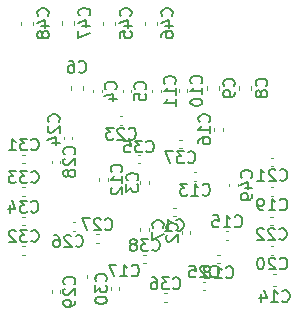
<source format=gbr>
%TF.GenerationSoftware,KiCad,Pcbnew,7.0.10*%
%TF.CreationDate,2024-01-13T18:06:35+01:00*%
%TF.ProjectId,FPGA,46504741-2e6b-4696-9361-645f70636258,rev?*%
%TF.SameCoordinates,Original*%
%TF.FileFunction,Legend,Bot*%
%TF.FilePolarity,Positive*%
%FSLAX46Y46*%
G04 Gerber Fmt 4.6, Leading zero omitted, Abs format (unit mm)*
G04 Created by KiCad (PCBNEW 7.0.10) date 2024-01-13 18:06:35*
%MOMM*%
%LPD*%
G01*
G04 APERTURE LIST*
%ADD10C,0.150000*%
%ADD11C,0.120000*%
G04 APERTURE END LIST*
D10*
X93789580Y-91632142D02*
X93837200Y-91584523D01*
X93837200Y-91584523D02*
X93884819Y-91441666D01*
X93884819Y-91441666D02*
X93884819Y-91346428D01*
X93884819Y-91346428D02*
X93837200Y-91203571D01*
X93837200Y-91203571D02*
X93741961Y-91108333D01*
X93741961Y-91108333D02*
X93646723Y-91060714D01*
X93646723Y-91060714D02*
X93456247Y-91013095D01*
X93456247Y-91013095D02*
X93313390Y-91013095D01*
X93313390Y-91013095D02*
X93122914Y-91060714D01*
X93122914Y-91060714D02*
X93027676Y-91108333D01*
X93027676Y-91108333D02*
X92932438Y-91203571D01*
X92932438Y-91203571D02*
X92884819Y-91346428D01*
X92884819Y-91346428D02*
X92884819Y-91441666D01*
X92884819Y-91441666D02*
X92932438Y-91584523D01*
X92932438Y-91584523D02*
X92980057Y-91632142D01*
X93218152Y-92489285D02*
X93884819Y-92489285D01*
X92837200Y-92251190D02*
X93551485Y-92013095D01*
X93551485Y-92013095D02*
X93551485Y-92632142D01*
X93313390Y-93155952D02*
X93265771Y-93060714D01*
X93265771Y-93060714D02*
X93218152Y-93013095D01*
X93218152Y-93013095D02*
X93122914Y-92965476D01*
X93122914Y-92965476D02*
X93075295Y-92965476D01*
X93075295Y-92965476D02*
X92980057Y-93013095D01*
X92980057Y-93013095D02*
X92932438Y-93060714D01*
X92932438Y-93060714D02*
X92884819Y-93155952D01*
X92884819Y-93155952D02*
X92884819Y-93346428D01*
X92884819Y-93346428D02*
X92932438Y-93441666D01*
X92932438Y-93441666D02*
X92980057Y-93489285D01*
X92980057Y-93489285D02*
X93075295Y-93536904D01*
X93075295Y-93536904D02*
X93122914Y-93536904D01*
X93122914Y-93536904D02*
X93218152Y-93489285D01*
X93218152Y-93489285D02*
X93265771Y-93441666D01*
X93265771Y-93441666D02*
X93313390Y-93346428D01*
X93313390Y-93346428D02*
X93313390Y-93155952D01*
X93313390Y-93155952D02*
X93361009Y-93060714D01*
X93361009Y-93060714D02*
X93408628Y-93013095D01*
X93408628Y-93013095D02*
X93503866Y-92965476D01*
X93503866Y-92965476D02*
X93694342Y-92965476D01*
X93694342Y-92965476D02*
X93789580Y-93013095D01*
X93789580Y-93013095D02*
X93837200Y-93060714D01*
X93837200Y-93060714D02*
X93884819Y-93155952D01*
X93884819Y-93155952D02*
X93884819Y-93346428D01*
X93884819Y-93346428D02*
X93837200Y-93441666D01*
X93837200Y-93441666D02*
X93789580Y-93489285D01*
X93789580Y-93489285D02*
X93694342Y-93536904D01*
X93694342Y-93536904D02*
X93503866Y-93536904D01*
X93503866Y-93536904D02*
X93408628Y-93489285D01*
X93408628Y-93489285D02*
X93361009Y-93441666D01*
X93361009Y-93441666D02*
X93313390Y-93346428D01*
X97289580Y-91607142D02*
X97337200Y-91559523D01*
X97337200Y-91559523D02*
X97384819Y-91416666D01*
X97384819Y-91416666D02*
X97384819Y-91321428D01*
X97384819Y-91321428D02*
X97337200Y-91178571D01*
X97337200Y-91178571D02*
X97241961Y-91083333D01*
X97241961Y-91083333D02*
X97146723Y-91035714D01*
X97146723Y-91035714D02*
X96956247Y-90988095D01*
X96956247Y-90988095D02*
X96813390Y-90988095D01*
X96813390Y-90988095D02*
X96622914Y-91035714D01*
X96622914Y-91035714D02*
X96527676Y-91083333D01*
X96527676Y-91083333D02*
X96432438Y-91178571D01*
X96432438Y-91178571D02*
X96384819Y-91321428D01*
X96384819Y-91321428D02*
X96384819Y-91416666D01*
X96384819Y-91416666D02*
X96432438Y-91559523D01*
X96432438Y-91559523D02*
X96480057Y-91607142D01*
X96718152Y-92464285D02*
X97384819Y-92464285D01*
X96337200Y-92226190D02*
X97051485Y-91988095D01*
X97051485Y-91988095D02*
X97051485Y-92607142D01*
X96384819Y-92892857D02*
X96384819Y-93559523D01*
X96384819Y-93559523D02*
X97384819Y-93130952D01*
X104289580Y-91632142D02*
X104337200Y-91584523D01*
X104337200Y-91584523D02*
X104384819Y-91441666D01*
X104384819Y-91441666D02*
X104384819Y-91346428D01*
X104384819Y-91346428D02*
X104337200Y-91203571D01*
X104337200Y-91203571D02*
X104241961Y-91108333D01*
X104241961Y-91108333D02*
X104146723Y-91060714D01*
X104146723Y-91060714D02*
X103956247Y-91013095D01*
X103956247Y-91013095D02*
X103813390Y-91013095D01*
X103813390Y-91013095D02*
X103622914Y-91060714D01*
X103622914Y-91060714D02*
X103527676Y-91108333D01*
X103527676Y-91108333D02*
X103432438Y-91203571D01*
X103432438Y-91203571D02*
X103384819Y-91346428D01*
X103384819Y-91346428D02*
X103384819Y-91441666D01*
X103384819Y-91441666D02*
X103432438Y-91584523D01*
X103432438Y-91584523D02*
X103480057Y-91632142D01*
X103718152Y-92489285D02*
X104384819Y-92489285D01*
X103337200Y-92251190D02*
X104051485Y-92013095D01*
X104051485Y-92013095D02*
X104051485Y-92632142D01*
X103384819Y-93441666D02*
X103384819Y-93251190D01*
X103384819Y-93251190D02*
X103432438Y-93155952D01*
X103432438Y-93155952D02*
X103480057Y-93108333D01*
X103480057Y-93108333D02*
X103622914Y-93013095D01*
X103622914Y-93013095D02*
X103813390Y-92965476D01*
X103813390Y-92965476D02*
X104194342Y-92965476D01*
X104194342Y-92965476D02*
X104289580Y-93013095D01*
X104289580Y-93013095D02*
X104337200Y-93060714D01*
X104337200Y-93060714D02*
X104384819Y-93155952D01*
X104384819Y-93155952D02*
X104384819Y-93346428D01*
X104384819Y-93346428D02*
X104337200Y-93441666D01*
X104337200Y-93441666D02*
X104289580Y-93489285D01*
X104289580Y-93489285D02*
X104194342Y-93536904D01*
X104194342Y-93536904D02*
X103956247Y-93536904D01*
X103956247Y-93536904D02*
X103861009Y-93489285D01*
X103861009Y-93489285D02*
X103813390Y-93441666D01*
X103813390Y-93441666D02*
X103765771Y-93346428D01*
X103765771Y-93346428D02*
X103765771Y-93155952D01*
X103765771Y-93155952D02*
X103813390Y-93060714D01*
X103813390Y-93060714D02*
X103861009Y-93013095D01*
X103861009Y-93013095D02*
X103956247Y-92965476D01*
X100789580Y-91632142D02*
X100837200Y-91584523D01*
X100837200Y-91584523D02*
X100884819Y-91441666D01*
X100884819Y-91441666D02*
X100884819Y-91346428D01*
X100884819Y-91346428D02*
X100837200Y-91203571D01*
X100837200Y-91203571D02*
X100741961Y-91108333D01*
X100741961Y-91108333D02*
X100646723Y-91060714D01*
X100646723Y-91060714D02*
X100456247Y-91013095D01*
X100456247Y-91013095D02*
X100313390Y-91013095D01*
X100313390Y-91013095D02*
X100122914Y-91060714D01*
X100122914Y-91060714D02*
X100027676Y-91108333D01*
X100027676Y-91108333D02*
X99932438Y-91203571D01*
X99932438Y-91203571D02*
X99884819Y-91346428D01*
X99884819Y-91346428D02*
X99884819Y-91441666D01*
X99884819Y-91441666D02*
X99932438Y-91584523D01*
X99932438Y-91584523D02*
X99980057Y-91632142D01*
X100218152Y-92489285D02*
X100884819Y-92489285D01*
X99837200Y-92251190D02*
X100551485Y-92013095D01*
X100551485Y-92013095D02*
X100551485Y-92632142D01*
X99884819Y-93489285D02*
X99884819Y-93013095D01*
X99884819Y-93013095D02*
X100361009Y-92965476D01*
X100361009Y-92965476D02*
X100313390Y-93013095D01*
X100313390Y-93013095D02*
X100265771Y-93108333D01*
X100265771Y-93108333D02*
X100265771Y-93346428D01*
X100265771Y-93346428D02*
X100313390Y-93441666D01*
X100313390Y-93441666D02*
X100361009Y-93489285D01*
X100361009Y-93489285D02*
X100456247Y-93536904D01*
X100456247Y-93536904D02*
X100694342Y-93536904D01*
X100694342Y-93536904D02*
X100789580Y-93489285D01*
X100789580Y-93489285D02*
X100837200Y-93441666D01*
X100837200Y-93441666D02*
X100884819Y-93346428D01*
X100884819Y-93346428D02*
X100884819Y-93108333D01*
X100884819Y-93108333D02*
X100837200Y-93013095D01*
X100837200Y-93013095D02*
X100789580Y-92965476D01*
X112289580Y-97583333D02*
X112337200Y-97535714D01*
X112337200Y-97535714D02*
X112384819Y-97392857D01*
X112384819Y-97392857D02*
X112384819Y-97297619D01*
X112384819Y-97297619D02*
X112337200Y-97154762D01*
X112337200Y-97154762D02*
X112241961Y-97059524D01*
X112241961Y-97059524D02*
X112146723Y-97011905D01*
X112146723Y-97011905D02*
X111956247Y-96964286D01*
X111956247Y-96964286D02*
X111813390Y-96964286D01*
X111813390Y-96964286D02*
X111622914Y-97011905D01*
X111622914Y-97011905D02*
X111527676Y-97059524D01*
X111527676Y-97059524D02*
X111432438Y-97154762D01*
X111432438Y-97154762D02*
X111384819Y-97297619D01*
X111384819Y-97297619D02*
X111384819Y-97392857D01*
X111384819Y-97392857D02*
X111432438Y-97535714D01*
X111432438Y-97535714D02*
X111480057Y-97583333D01*
X111813390Y-98154762D02*
X111765771Y-98059524D01*
X111765771Y-98059524D02*
X111718152Y-98011905D01*
X111718152Y-98011905D02*
X111622914Y-97964286D01*
X111622914Y-97964286D02*
X111575295Y-97964286D01*
X111575295Y-97964286D02*
X111480057Y-98011905D01*
X111480057Y-98011905D02*
X111432438Y-98059524D01*
X111432438Y-98059524D02*
X111384819Y-98154762D01*
X111384819Y-98154762D02*
X111384819Y-98345238D01*
X111384819Y-98345238D02*
X111432438Y-98440476D01*
X111432438Y-98440476D02*
X111480057Y-98488095D01*
X111480057Y-98488095D02*
X111575295Y-98535714D01*
X111575295Y-98535714D02*
X111622914Y-98535714D01*
X111622914Y-98535714D02*
X111718152Y-98488095D01*
X111718152Y-98488095D02*
X111765771Y-98440476D01*
X111765771Y-98440476D02*
X111813390Y-98345238D01*
X111813390Y-98345238D02*
X111813390Y-98154762D01*
X111813390Y-98154762D02*
X111861009Y-98059524D01*
X111861009Y-98059524D02*
X111908628Y-98011905D01*
X111908628Y-98011905D02*
X112003866Y-97964286D01*
X112003866Y-97964286D02*
X112194342Y-97964286D01*
X112194342Y-97964286D02*
X112289580Y-98011905D01*
X112289580Y-98011905D02*
X112337200Y-98059524D01*
X112337200Y-98059524D02*
X112384819Y-98154762D01*
X112384819Y-98154762D02*
X112384819Y-98345238D01*
X112384819Y-98345238D02*
X112337200Y-98440476D01*
X112337200Y-98440476D02*
X112289580Y-98488095D01*
X112289580Y-98488095D02*
X112194342Y-98535714D01*
X112194342Y-98535714D02*
X112003866Y-98535714D01*
X112003866Y-98535714D02*
X111908628Y-98488095D01*
X111908628Y-98488095D02*
X111861009Y-98440476D01*
X111861009Y-98440476D02*
X111813390Y-98345238D01*
X113642857Y-115789580D02*
X113690476Y-115837200D01*
X113690476Y-115837200D02*
X113833333Y-115884819D01*
X113833333Y-115884819D02*
X113928571Y-115884819D01*
X113928571Y-115884819D02*
X114071428Y-115837200D01*
X114071428Y-115837200D02*
X114166666Y-115741961D01*
X114166666Y-115741961D02*
X114214285Y-115646723D01*
X114214285Y-115646723D02*
X114261904Y-115456247D01*
X114261904Y-115456247D02*
X114261904Y-115313390D01*
X114261904Y-115313390D02*
X114214285Y-115122914D01*
X114214285Y-115122914D02*
X114166666Y-115027676D01*
X114166666Y-115027676D02*
X114071428Y-114932438D01*
X114071428Y-114932438D02*
X113928571Y-114884819D01*
X113928571Y-114884819D02*
X113833333Y-114884819D01*
X113833333Y-114884819D02*
X113690476Y-114932438D01*
X113690476Y-114932438D02*
X113642857Y-114980057D01*
X112690476Y-115884819D02*
X113261904Y-115884819D01*
X112976190Y-115884819D02*
X112976190Y-114884819D01*
X112976190Y-114884819D02*
X113071428Y-115027676D01*
X113071428Y-115027676D02*
X113166666Y-115122914D01*
X113166666Y-115122914D02*
X113261904Y-115170533D01*
X111833333Y-115218152D02*
X111833333Y-115884819D01*
X112071428Y-114837200D02*
X112309523Y-115551485D01*
X112309523Y-115551485D02*
X111690476Y-115551485D01*
X96416666Y-96359580D02*
X96464285Y-96407200D01*
X96464285Y-96407200D02*
X96607142Y-96454819D01*
X96607142Y-96454819D02*
X96702380Y-96454819D01*
X96702380Y-96454819D02*
X96845237Y-96407200D01*
X96845237Y-96407200D02*
X96940475Y-96311961D01*
X96940475Y-96311961D02*
X96988094Y-96216723D01*
X96988094Y-96216723D02*
X97035713Y-96026247D01*
X97035713Y-96026247D02*
X97035713Y-95883390D01*
X97035713Y-95883390D02*
X96988094Y-95692914D01*
X96988094Y-95692914D02*
X96940475Y-95597676D01*
X96940475Y-95597676D02*
X96845237Y-95502438D01*
X96845237Y-95502438D02*
X96702380Y-95454819D01*
X96702380Y-95454819D02*
X96607142Y-95454819D01*
X96607142Y-95454819D02*
X96464285Y-95502438D01*
X96464285Y-95502438D02*
X96416666Y-95550057D01*
X95559523Y-95454819D02*
X95749999Y-95454819D01*
X95749999Y-95454819D02*
X95845237Y-95502438D01*
X95845237Y-95502438D02*
X95892856Y-95550057D01*
X95892856Y-95550057D02*
X95988094Y-95692914D01*
X95988094Y-95692914D02*
X96035713Y-95883390D01*
X96035713Y-95883390D02*
X96035713Y-96264342D01*
X96035713Y-96264342D02*
X95988094Y-96359580D01*
X95988094Y-96359580D02*
X95940475Y-96407200D01*
X95940475Y-96407200D02*
X95845237Y-96454819D01*
X95845237Y-96454819D02*
X95654761Y-96454819D01*
X95654761Y-96454819D02*
X95559523Y-96407200D01*
X95559523Y-96407200D02*
X95511904Y-96359580D01*
X95511904Y-96359580D02*
X95464285Y-96264342D01*
X95464285Y-96264342D02*
X95464285Y-96026247D01*
X95464285Y-96026247D02*
X95511904Y-95931009D01*
X95511904Y-95931009D02*
X95559523Y-95883390D01*
X95559523Y-95883390D02*
X95654761Y-95835771D01*
X95654761Y-95835771D02*
X95845237Y-95835771D01*
X95845237Y-95835771D02*
X95940475Y-95883390D01*
X95940475Y-95883390D02*
X95988094Y-95931009D01*
X95988094Y-95931009D02*
X96035713Y-96026247D01*
X109539580Y-97583333D02*
X109587200Y-97535714D01*
X109587200Y-97535714D02*
X109634819Y-97392857D01*
X109634819Y-97392857D02*
X109634819Y-97297619D01*
X109634819Y-97297619D02*
X109587200Y-97154762D01*
X109587200Y-97154762D02*
X109491961Y-97059524D01*
X109491961Y-97059524D02*
X109396723Y-97011905D01*
X109396723Y-97011905D02*
X109206247Y-96964286D01*
X109206247Y-96964286D02*
X109063390Y-96964286D01*
X109063390Y-96964286D02*
X108872914Y-97011905D01*
X108872914Y-97011905D02*
X108777676Y-97059524D01*
X108777676Y-97059524D02*
X108682438Y-97154762D01*
X108682438Y-97154762D02*
X108634819Y-97297619D01*
X108634819Y-97297619D02*
X108634819Y-97392857D01*
X108634819Y-97392857D02*
X108682438Y-97535714D01*
X108682438Y-97535714D02*
X108730057Y-97583333D01*
X109634819Y-98059524D02*
X109634819Y-98250000D01*
X109634819Y-98250000D02*
X109587200Y-98345238D01*
X109587200Y-98345238D02*
X109539580Y-98392857D01*
X109539580Y-98392857D02*
X109396723Y-98488095D01*
X109396723Y-98488095D02*
X109206247Y-98535714D01*
X109206247Y-98535714D02*
X108825295Y-98535714D01*
X108825295Y-98535714D02*
X108730057Y-98488095D01*
X108730057Y-98488095D02*
X108682438Y-98440476D01*
X108682438Y-98440476D02*
X108634819Y-98345238D01*
X108634819Y-98345238D02*
X108634819Y-98154762D01*
X108634819Y-98154762D02*
X108682438Y-98059524D01*
X108682438Y-98059524D02*
X108730057Y-98011905D01*
X108730057Y-98011905D02*
X108825295Y-97964286D01*
X108825295Y-97964286D02*
X109063390Y-97964286D01*
X109063390Y-97964286D02*
X109158628Y-98011905D01*
X109158628Y-98011905D02*
X109206247Y-98059524D01*
X109206247Y-98059524D02*
X109253866Y-98154762D01*
X109253866Y-98154762D02*
X109253866Y-98345238D01*
X109253866Y-98345238D02*
X109206247Y-98440476D01*
X109206247Y-98440476D02*
X109158628Y-98488095D01*
X109158628Y-98488095D02*
X109063390Y-98535714D01*
X98699580Y-114107142D02*
X98747200Y-114059523D01*
X98747200Y-114059523D02*
X98794819Y-113916666D01*
X98794819Y-113916666D02*
X98794819Y-113821428D01*
X98794819Y-113821428D02*
X98747200Y-113678571D01*
X98747200Y-113678571D02*
X98651961Y-113583333D01*
X98651961Y-113583333D02*
X98556723Y-113535714D01*
X98556723Y-113535714D02*
X98366247Y-113488095D01*
X98366247Y-113488095D02*
X98223390Y-113488095D01*
X98223390Y-113488095D02*
X98032914Y-113535714D01*
X98032914Y-113535714D02*
X97937676Y-113583333D01*
X97937676Y-113583333D02*
X97842438Y-113678571D01*
X97842438Y-113678571D02*
X97794819Y-113821428D01*
X97794819Y-113821428D02*
X97794819Y-113916666D01*
X97794819Y-113916666D02*
X97842438Y-114059523D01*
X97842438Y-114059523D02*
X97890057Y-114107142D01*
X97794819Y-114440476D02*
X97794819Y-115059523D01*
X97794819Y-115059523D02*
X98175771Y-114726190D01*
X98175771Y-114726190D02*
X98175771Y-114869047D01*
X98175771Y-114869047D02*
X98223390Y-114964285D01*
X98223390Y-114964285D02*
X98271009Y-115011904D01*
X98271009Y-115011904D02*
X98366247Y-115059523D01*
X98366247Y-115059523D02*
X98604342Y-115059523D01*
X98604342Y-115059523D02*
X98699580Y-115011904D01*
X98699580Y-115011904D02*
X98747200Y-114964285D01*
X98747200Y-114964285D02*
X98794819Y-114869047D01*
X98794819Y-114869047D02*
X98794819Y-114583333D01*
X98794819Y-114583333D02*
X98747200Y-114488095D01*
X98747200Y-114488095D02*
X98699580Y-114440476D01*
X97794819Y-115678571D02*
X97794819Y-115773809D01*
X97794819Y-115773809D02*
X97842438Y-115869047D01*
X97842438Y-115869047D02*
X97890057Y-115916666D01*
X97890057Y-115916666D02*
X97985295Y-115964285D01*
X97985295Y-115964285D02*
X98175771Y-116011904D01*
X98175771Y-116011904D02*
X98413866Y-116011904D01*
X98413866Y-116011904D02*
X98604342Y-115964285D01*
X98604342Y-115964285D02*
X98699580Y-115916666D01*
X98699580Y-115916666D02*
X98747200Y-115869047D01*
X98747200Y-115869047D02*
X98794819Y-115773809D01*
X98794819Y-115773809D02*
X98794819Y-115678571D01*
X98794819Y-115678571D02*
X98747200Y-115583333D01*
X98747200Y-115583333D02*
X98699580Y-115535714D01*
X98699580Y-115535714D02*
X98604342Y-115488095D01*
X98604342Y-115488095D02*
X98413866Y-115440476D01*
X98413866Y-115440476D02*
X98175771Y-115440476D01*
X98175771Y-115440476D02*
X97985295Y-115488095D01*
X97985295Y-115488095D02*
X97890057Y-115535714D01*
X97890057Y-115535714D02*
X97842438Y-115583333D01*
X97842438Y-115583333D02*
X97794819Y-115678571D01*
X102642857Y-111449580D02*
X102690476Y-111497200D01*
X102690476Y-111497200D02*
X102833333Y-111544819D01*
X102833333Y-111544819D02*
X102928571Y-111544819D01*
X102928571Y-111544819D02*
X103071428Y-111497200D01*
X103071428Y-111497200D02*
X103166666Y-111401961D01*
X103166666Y-111401961D02*
X103214285Y-111306723D01*
X103214285Y-111306723D02*
X103261904Y-111116247D01*
X103261904Y-111116247D02*
X103261904Y-110973390D01*
X103261904Y-110973390D02*
X103214285Y-110782914D01*
X103214285Y-110782914D02*
X103166666Y-110687676D01*
X103166666Y-110687676D02*
X103071428Y-110592438D01*
X103071428Y-110592438D02*
X102928571Y-110544819D01*
X102928571Y-110544819D02*
X102833333Y-110544819D01*
X102833333Y-110544819D02*
X102690476Y-110592438D01*
X102690476Y-110592438D02*
X102642857Y-110640057D01*
X102309523Y-110544819D02*
X101690476Y-110544819D01*
X101690476Y-110544819D02*
X102023809Y-110925771D01*
X102023809Y-110925771D02*
X101880952Y-110925771D01*
X101880952Y-110925771D02*
X101785714Y-110973390D01*
X101785714Y-110973390D02*
X101738095Y-111021009D01*
X101738095Y-111021009D02*
X101690476Y-111116247D01*
X101690476Y-111116247D02*
X101690476Y-111354342D01*
X101690476Y-111354342D02*
X101738095Y-111449580D01*
X101738095Y-111449580D02*
X101785714Y-111497200D01*
X101785714Y-111497200D02*
X101880952Y-111544819D01*
X101880952Y-111544819D02*
X102166666Y-111544819D01*
X102166666Y-111544819D02*
X102261904Y-111497200D01*
X102261904Y-111497200D02*
X102309523Y-111449580D01*
X101119047Y-110973390D02*
X101214285Y-110925771D01*
X101214285Y-110925771D02*
X101261904Y-110878152D01*
X101261904Y-110878152D02*
X101309523Y-110782914D01*
X101309523Y-110782914D02*
X101309523Y-110735295D01*
X101309523Y-110735295D02*
X101261904Y-110640057D01*
X101261904Y-110640057D02*
X101214285Y-110592438D01*
X101214285Y-110592438D02*
X101119047Y-110544819D01*
X101119047Y-110544819D02*
X100928571Y-110544819D01*
X100928571Y-110544819D02*
X100833333Y-110592438D01*
X100833333Y-110592438D02*
X100785714Y-110640057D01*
X100785714Y-110640057D02*
X100738095Y-110735295D01*
X100738095Y-110735295D02*
X100738095Y-110782914D01*
X100738095Y-110782914D02*
X100785714Y-110878152D01*
X100785714Y-110878152D02*
X100833333Y-110925771D01*
X100833333Y-110925771D02*
X100928571Y-110973390D01*
X100928571Y-110973390D02*
X101119047Y-110973390D01*
X101119047Y-110973390D02*
X101214285Y-111021009D01*
X101214285Y-111021009D02*
X101261904Y-111068628D01*
X101261904Y-111068628D02*
X101309523Y-111163866D01*
X101309523Y-111163866D02*
X101309523Y-111354342D01*
X101309523Y-111354342D02*
X101261904Y-111449580D01*
X101261904Y-111449580D02*
X101214285Y-111497200D01*
X101214285Y-111497200D02*
X101119047Y-111544819D01*
X101119047Y-111544819D02*
X100928571Y-111544819D01*
X100928571Y-111544819D02*
X100833333Y-111497200D01*
X100833333Y-111497200D02*
X100785714Y-111449580D01*
X100785714Y-111449580D02*
X100738095Y-111354342D01*
X100738095Y-111354342D02*
X100738095Y-111163866D01*
X100738095Y-111163866D02*
X100785714Y-111068628D01*
X100785714Y-111068628D02*
X100833333Y-111021009D01*
X100833333Y-111021009D02*
X100928571Y-110973390D01*
X113392857Y-110519580D02*
X113440476Y-110567200D01*
X113440476Y-110567200D02*
X113583333Y-110614819D01*
X113583333Y-110614819D02*
X113678571Y-110614819D01*
X113678571Y-110614819D02*
X113821428Y-110567200D01*
X113821428Y-110567200D02*
X113916666Y-110471961D01*
X113916666Y-110471961D02*
X113964285Y-110376723D01*
X113964285Y-110376723D02*
X114011904Y-110186247D01*
X114011904Y-110186247D02*
X114011904Y-110043390D01*
X114011904Y-110043390D02*
X113964285Y-109852914D01*
X113964285Y-109852914D02*
X113916666Y-109757676D01*
X113916666Y-109757676D02*
X113821428Y-109662438D01*
X113821428Y-109662438D02*
X113678571Y-109614819D01*
X113678571Y-109614819D02*
X113583333Y-109614819D01*
X113583333Y-109614819D02*
X113440476Y-109662438D01*
X113440476Y-109662438D02*
X113392857Y-109710057D01*
X113011904Y-109710057D02*
X112964285Y-109662438D01*
X112964285Y-109662438D02*
X112869047Y-109614819D01*
X112869047Y-109614819D02*
X112630952Y-109614819D01*
X112630952Y-109614819D02*
X112535714Y-109662438D01*
X112535714Y-109662438D02*
X112488095Y-109710057D01*
X112488095Y-109710057D02*
X112440476Y-109805295D01*
X112440476Y-109805295D02*
X112440476Y-109900533D01*
X112440476Y-109900533D02*
X112488095Y-110043390D01*
X112488095Y-110043390D02*
X113059523Y-110614819D01*
X113059523Y-110614819D02*
X112440476Y-110614819D01*
X112059523Y-109710057D02*
X112011904Y-109662438D01*
X112011904Y-109662438D02*
X111916666Y-109614819D01*
X111916666Y-109614819D02*
X111678571Y-109614819D01*
X111678571Y-109614819D02*
X111583333Y-109662438D01*
X111583333Y-109662438D02*
X111535714Y-109710057D01*
X111535714Y-109710057D02*
X111488095Y-109805295D01*
X111488095Y-109805295D02*
X111488095Y-109900533D01*
X111488095Y-109900533D02*
X111535714Y-110043390D01*
X111535714Y-110043390D02*
X112107142Y-110614819D01*
X112107142Y-110614819D02*
X111488095Y-110614819D01*
X111019580Y-105337142D02*
X111067200Y-105289523D01*
X111067200Y-105289523D02*
X111114819Y-105146666D01*
X111114819Y-105146666D02*
X111114819Y-105051428D01*
X111114819Y-105051428D02*
X111067200Y-104908571D01*
X111067200Y-104908571D02*
X110971961Y-104813333D01*
X110971961Y-104813333D02*
X110876723Y-104765714D01*
X110876723Y-104765714D02*
X110686247Y-104718095D01*
X110686247Y-104718095D02*
X110543390Y-104718095D01*
X110543390Y-104718095D02*
X110352914Y-104765714D01*
X110352914Y-104765714D02*
X110257676Y-104813333D01*
X110257676Y-104813333D02*
X110162438Y-104908571D01*
X110162438Y-104908571D02*
X110114819Y-105051428D01*
X110114819Y-105051428D02*
X110114819Y-105146666D01*
X110114819Y-105146666D02*
X110162438Y-105289523D01*
X110162438Y-105289523D02*
X110210057Y-105337142D01*
X110448152Y-106194285D02*
X111114819Y-106194285D01*
X110067200Y-105956190D02*
X110781485Y-105718095D01*
X110781485Y-105718095D02*
X110781485Y-106337142D01*
X111114819Y-106765714D02*
X111114819Y-106956190D01*
X111114819Y-106956190D02*
X111067200Y-107051428D01*
X111067200Y-107051428D02*
X111019580Y-107099047D01*
X111019580Y-107099047D02*
X110876723Y-107194285D01*
X110876723Y-107194285D02*
X110686247Y-107241904D01*
X110686247Y-107241904D02*
X110305295Y-107241904D01*
X110305295Y-107241904D02*
X110210057Y-107194285D01*
X110210057Y-107194285D02*
X110162438Y-107146666D01*
X110162438Y-107146666D02*
X110114819Y-107051428D01*
X110114819Y-107051428D02*
X110114819Y-106860952D01*
X110114819Y-106860952D02*
X110162438Y-106765714D01*
X110162438Y-106765714D02*
X110210057Y-106718095D01*
X110210057Y-106718095D02*
X110305295Y-106670476D01*
X110305295Y-106670476D02*
X110543390Y-106670476D01*
X110543390Y-106670476D02*
X110638628Y-106718095D01*
X110638628Y-106718095D02*
X110686247Y-106765714D01*
X110686247Y-106765714D02*
X110733866Y-106860952D01*
X110733866Y-106860952D02*
X110733866Y-107051428D01*
X110733866Y-107051428D02*
X110686247Y-107146666D01*
X110686247Y-107146666D02*
X110638628Y-107194285D01*
X110638628Y-107194285D02*
X110543390Y-107241904D01*
X107449580Y-100607142D02*
X107497200Y-100559523D01*
X107497200Y-100559523D02*
X107544819Y-100416666D01*
X107544819Y-100416666D02*
X107544819Y-100321428D01*
X107544819Y-100321428D02*
X107497200Y-100178571D01*
X107497200Y-100178571D02*
X107401961Y-100083333D01*
X107401961Y-100083333D02*
X107306723Y-100035714D01*
X107306723Y-100035714D02*
X107116247Y-99988095D01*
X107116247Y-99988095D02*
X106973390Y-99988095D01*
X106973390Y-99988095D02*
X106782914Y-100035714D01*
X106782914Y-100035714D02*
X106687676Y-100083333D01*
X106687676Y-100083333D02*
X106592438Y-100178571D01*
X106592438Y-100178571D02*
X106544819Y-100321428D01*
X106544819Y-100321428D02*
X106544819Y-100416666D01*
X106544819Y-100416666D02*
X106592438Y-100559523D01*
X106592438Y-100559523D02*
X106640057Y-100607142D01*
X107544819Y-101559523D02*
X107544819Y-100988095D01*
X107544819Y-101273809D02*
X106544819Y-101273809D01*
X106544819Y-101273809D02*
X106687676Y-101178571D01*
X106687676Y-101178571D02*
X106782914Y-101083333D01*
X106782914Y-101083333D02*
X106830533Y-100988095D01*
X106544819Y-102416666D02*
X106544819Y-102226190D01*
X106544819Y-102226190D02*
X106592438Y-102130952D01*
X106592438Y-102130952D02*
X106640057Y-102083333D01*
X106640057Y-102083333D02*
X106782914Y-101988095D01*
X106782914Y-101988095D02*
X106973390Y-101940476D01*
X106973390Y-101940476D02*
X107354342Y-101940476D01*
X107354342Y-101940476D02*
X107449580Y-101988095D01*
X107449580Y-101988095D02*
X107497200Y-102035714D01*
X107497200Y-102035714D02*
X107544819Y-102130952D01*
X107544819Y-102130952D02*
X107544819Y-102321428D01*
X107544819Y-102321428D02*
X107497200Y-102416666D01*
X107497200Y-102416666D02*
X107449580Y-102464285D01*
X107449580Y-102464285D02*
X107354342Y-102511904D01*
X107354342Y-102511904D02*
X107116247Y-102511904D01*
X107116247Y-102511904D02*
X107021009Y-102464285D01*
X107021009Y-102464285D02*
X106973390Y-102416666D01*
X106973390Y-102416666D02*
X106925771Y-102321428D01*
X106925771Y-102321428D02*
X106925771Y-102130952D01*
X106925771Y-102130952D02*
X106973390Y-102035714D01*
X106973390Y-102035714D02*
X107021009Y-101988095D01*
X107021009Y-101988095D02*
X107116247Y-101940476D01*
X92392857Y-110699580D02*
X92440476Y-110747200D01*
X92440476Y-110747200D02*
X92583333Y-110794819D01*
X92583333Y-110794819D02*
X92678571Y-110794819D01*
X92678571Y-110794819D02*
X92821428Y-110747200D01*
X92821428Y-110747200D02*
X92916666Y-110651961D01*
X92916666Y-110651961D02*
X92964285Y-110556723D01*
X92964285Y-110556723D02*
X93011904Y-110366247D01*
X93011904Y-110366247D02*
X93011904Y-110223390D01*
X93011904Y-110223390D02*
X92964285Y-110032914D01*
X92964285Y-110032914D02*
X92916666Y-109937676D01*
X92916666Y-109937676D02*
X92821428Y-109842438D01*
X92821428Y-109842438D02*
X92678571Y-109794819D01*
X92678571Y-109794819D02*
X92583333Y-109794819D01*
X92583333Y-109794819D02*
X92440476Y-109842438D01*
X92440476Y-109842438D02*
X92392857Y-109890057D01*
X92059523Y-109794819D02*
X91440476Y-109794819D01*
X91440476Y-109794819D02*
X91773809Y-110175771D01*
X91773809Y-110175771D02*
X91630952Y-110175771D01*
X91630952Y-110175771D02*
X91535714Y-110223390D01*
X91535714Y-110223390D02*
X91488095Y-110271009D01*
X91488095Y-110271009D02*
X91440476Y-110366247D01*
X91440476Y-110366247D02*
X91440476Y-110604342D01*
X91440476Y-110604342D02*
X91488095Y-110699580D01*
X91488095Y-110699580D02*
X91535714Y-110747200D01*
X91535714Y-110747200D02*
X91630952Y-110794819D01*
X91630952Y-110794819D02*
X91916666Y-110794819D01*
X91916666Y-110794819D02*
X92011904Y-110747200D01*
X92011904Y-110747200D02*
X92059523Y-110699580D01*
X91059523Y-109890057D02*
X91011904Y-109842438D01*
X91011904Y-109842438D02*
X90916666Y-109794819D01*
X90916666Y-109794819D02*
X90678571Y-109794819D01*
X90678571Y-109794819D02*
X90583333Y-109842438D01*
X90583333Y-109842438D02*
X90535714Y-109890057D01*
X90535714Y-109890057D02*
X90488095Y-109985295D01*
X90488095Y-109985295D02*
X90488095Y-110080533D01*
X90488095Y-110080533D02*
X90535714Y-110223390D01*
X90535714Y-110223390D02*
X91107142Y-110794819D01*
X91107142Y-110794819D02*
X90488095Y-110794819D01*
X104519580Y-97377142D02*
X104567200Y-97329523D01*
X104567200Y-97329523D02*
X104614819Y-97186666D01*
X104614819Y-97186666D02*
X104614819Y-97091428D01*
X104614819Y-97091428D02*
X104567200Y-96948571D01*
X104567200Y-96948571D02*
X104471961Y-96853333D01*
X104471961Y-96853333D02*
X104376723Y-96805714D01*
X104376723Y-96805714D02*
X104186247Y-96758095D01*
X104186247Y-96758095D02*
X104043390Y-96758095D01*
X104043390Y-96758095D02*
X103852914Y-96805714D01*
X103852914Y-96805714D02*
X103757676Y-96853333D01*
X103757676Y-96853333D02*
X103662438Y-96948571D01*
X103662438Y-96948571D02*
X103614819Y-97091428D01*
X103614819Y-97091428D02*
X103614819Y-97186666D01*
X103614819Y-97186666D02*
X103662438Y-97329523D01*
X103662438Y-97329523D02*
X103710057Y-97377142D01*
X104614819Y-98329523D02*
X104614819Y-97758095D01*
X104614819Y-98043809D02*
X103614819Y-98043809D01*
X103614819Y-98043809D02*
X103757676Y-97948571D01*
X103757676Y-97948571D02*
X103852914Y-97853333D01*
X103852914Y-97853333D02*
X103900533Y-97758095D01*
X104614819Y-99281904D02*
X104614819Y-98710476D01*
X104614819Y-98996190D02*
X103614819Y-98996190D01*
X103614819Y-98996190D02*
X103757676Y-98900952D01*
X103757676Y-98900952D02*
X103852914Y-98805714D01*
X103852914Y-98805714D02*
X103900533Y-98710476D01*
X107642857Y-113699580D02*
X107690476Y-113747200D01*
X107690476Y-113747200D02*
X107833333Y-113794819D01*
X107833333Y-113794819D02*
X107928571Y-113794819D01*
X107928571Y-113794819D02*
X108071428Y-113747200D01*
X108071428Y-113747200D02*
X108166666Y-113651961D01*
X108166666Y-113651961D02*
X108214285Y-113556723D01*
X108214285Y-113556723D02*
X108261904Y-113366247D01*
X108261904Y-113366247D02*
X108261904Y-113223390D01*
X108261904Y-113223390D02*
X108214285Y-113032914D01*
X108214285Y-113032914D02*
X108166666Y-112937676D01*
X108166666Y-112937676D02*
X108071428Y-112842438D01*
X108071428Y-112842438D02*
X107928571Y-112794819D01*
X107928571Y-112794819D02*
X107833333Y-112794819D01*
X107833333Y-112794819D02*
X107690476Y-112842438D01*
X107690476Y-112842438D02*
X107642857Y-112890057D01*
X107261904Y-112890057D02*
X107214285Y-112842438D01*
X107214285Y-112842438D02*
X107119047Y-112794819D01*
X107119047Y-112794819D02*
X106880952Y-112794819D01*
X106880952Y-112794819D02*
X106785714Y-112842438D01*
X106785714Y-112842438D02*
X106738095Y-112890057D01*
X106738095Y-112890057D02*
X106690476Y-112985295D01*
X106690476Y-112985295D02*
X106690476Y-113080533D01*
X106690476Y-113080533D02*
X106738095Y-113223390D01*
X106738095Y-113223390D02*
X107309523Y-113794819D01*
X107309523Y-113794819D02*
X106690476Y-113794819D01*
X105785714Y-112794819D02*
X106261904Y-112794819D01*
X106261904Y-112794819D02*
X106309523Y-113271009D01*
X106309523Y-113271009D02*
X106261904Y-113223390D01*
X106261904Y-113223390D02*
X106166666Y-113175771D01*
X106166666Y-113175771D02*
X105928571Y-113175771D01*
X105928571Y-113175771D02*
X105833333Y-113223390D01*
X105833333Y-113223390D02*
X105785714Y-113271009D01*
X105785714Y-113271009D02*
X105738095Y-113366247D01*
X105738095Y-113366247D02*
X105738095Y-113604342D01*
X105738095Y-113604342D02*
X105785714Y-113699580D01*
X105785714Y-113699580D02*
X105833333Y-113747200D01*
X105833333Y-113747200D02*
X105928571Y-113794819D01*
X105928571Y-113794819D02*
X106166666Y-113794819D01*
X106166666Y-113794819D02*
X106261904Y-113747200D01*
X106261904Y-113747200D02*
X106309523Y-113699580D01*
X96019580Y-114357142D02*
X96067200Y-114309523D01*
X96067200Y-114309523D02*
X96114819Y-114166666D01*
X96114819Y-114166666D02*
X96114819Y-114071428D01*
X96114819Y-114071428D02*
X96067200Y-113928571D01*
X96067200Y-113928571D02*
X95971961Y-113833333D01*
X95971961Y-113833333D02*
X95876723Y-113785714D01*
X95876723Y-113785714D02*
X95686247Y-113738095D01*
X95686247Y-113738095D02*
X95543390Y-113738095D01*
X95543390Y-113738095D02*
X95352914Y-113785714D01*
X95352914Y-113785714D02*
X95257676Y-113833333D01*
X95257676Y-113833333D02*
X95162438Y-113928571D01*
X95162438Y-113928571D02*
X95114819Y-114071428D01*
X95114819Y-114071428D02*
X95114819Y-114166666D01*
X95114819Y-114166666D02*
X95162438Y-114309523D01*
X95162438Y-114309523D02*
X95210057Y-114357142D01*
X95210057Y-114738095D02*
X95162438Y-114785714D01*
X95162438Y-114785714D02*
X95114819Y-114880952D01*
X95114819Y-114880952D02*
X95114819Y-115119047D01*
X95114819Y-115119047D02*
X95162438Y-115214285D01*
X95162438Y-115214285D02*
X95210057Y-115261904D01*
X95210057Y-115261904D02*
X95305295Y-115309523D01*
X95305295Y-115309523D02*
X95400533Y-115309523D01*
X95400533Y-115309523D02*
X95543390Y-115261904D01*
X95543390Y-115261904D02*
X96114819Y-114690476D01*
X96114819Y-114690476D02*
X96114819Y-115309523D01*
X96114819Y-115785714D02*
X96114819Y-115976190D01*
X96114819Y-115976190D02*
X96067200Y-116071428D01*
X96067200Y-116071428D02*
X96019580Y-116119047D01*
X96019580Y-116119047D02*
X95876723Y-116214285D01*
X95876723Y-116214285D02*
X95686247Y-116261904D01*
X95686247Y-116261904D02*
X95305295Y-116261904D01*
X95305295Y-116261904D02*
X95210057Y-116214285D01*
X95210057Y-116214285D02*
X95162438Y-116166666D01*
X95162438Y-116166666D02*
X95114819Y-116071428D01*
X95114819Y-116071428D02*
X95114819Y-115880952D01*
X95114819Y-115880952D02*
X95162438Y-115785714D01*
X95162438Y-115785714D02*
X95210057Y-115738095D01*
X95210057Y-115738095D02*
X95305295Y-115690476D01*
X95305295Y-115690476D02*
X95543390Y-115690476D01*
X95543390Y-115690476D02*
X95638628Y-115738095D01*
X95638628Y-115738095D02*
X95686247Y-115785714D01*
X95686247Y-115785714D02*
X95733866Y-115880952D01*
X95733866Y-115880952D02*
X95733866Y-116071428D01*
X95733866Y-116071428D02*
X95686247Y-116166666D01*
X95686247Y-116166666D02*
X95638628Y-116214285D01*
X95638628Y-116214285D02*
X95543390Y-116261904D01*
X106769580Y-97337142D02*
X106817200Y-97289523D01*
X106817200Y-97289523D02*
X106864819Y-97146666D01*
X106864819Y-97146666D02*
X106864819Y-97051428D01*
X106864819Y-97051428D02*
X106817200Y-96908571D01*
X106817200Y-96908571D02*
X106721961Y-96813333D01*
X106721961Y-96813333D02*
X106626723Y-96765714D01*
X106626723Y-96765714D02*
X106436247Y-96718095D01*
X106436247Y-96718095D02*
X106293390Y-96718095D01*
X106293390Y-96718095D02*
X106102914Y-96765714D01*
X106102914Y-96765714D02*
X106007676Y-96813333D01*
X106007676Y-96813333D02*
X105912438Y-96908571D01*
X105912438Y-96908571D02*
X105864819Y-97051428D01*
X105864819Y-97051428D02*
X105864819Y-97146666D01*
X105864819Y-97146666D02*
X105912438Y-97289523D01*
X105912438Y-97289523D02*
X105960057Y-97337142D01*
X106864819Y-98289523D02*
X106864819Y-97718095D01*
X106864819Y-98003809D02*
X105864819Y-98003809D01*
X105864819Y-98003809D02*
X106007676Y-97908571D01*
X106007676Y-97908571D02*
X106102914Y-97813333D01*
X106102914Y-97813333D02*
X106150533Y-97718095D01*
X105864819Y-98908571D02*
X105864819Y-99003809D01*
X105864819Y-99003809D02*
X105912438Y-99099047D01*
X105912438Y-99099047D02*
X105960057Y-99146666D01*
X105960057Y-99146666D02*
X106055295Y-99194285D01*
X106055295Y-99194285D02*
X106245771Y-99241904D01*
X106245771Y-99241904D02*
X106483866Y-99241904D01*
X106483866Y-99241904D02*
X106674342Y-99194285D01*
X106674342Y-99194285D02*
X106769580Y-99146666D01*
X106769580Y-99146666D02*
X106817200Y-99099047D01*
X106817200Y-99099047D02*
X106864819Y-99003809D01*
X106864819Y-99003809D02*
X106864819Y-98908571D01*
X106864819Y-98908571D02*
X106817200Y-98813333D01*
X106817200Y-98813333D02*
X106769580Y-98765714D01*
X106769580Y-98765714D02*
X106674342Y-98718095D01*
X106674342Y-98718095D02*
X106483866Y-98670476D01*
X106483866Y-98670476D02*
X106245771Y-98670476D01*
X106245771Y-98670476D02*
X106055295Y-98718095D01*
X106055295Y-98718095D02*
X105960057Y-98765714D01*
X105960057Y-98765714D02*
X105912438Y-98813333D01*
X105912438Y-98813333D02*
X105864819Y-98908571D01*
X94699580Y-100607142D02*
X94747200Y-100559523D01*
X94747200Y-100559523D02*
X94794819Y-100416666D01*
X94794819Y-100416666D02*
X94794819Y-100321428D01*
X94794819Y-100321428D02*
X94747200Y-100178571D01*
X94747200Y-100178571D02*
X94651961Y-100083333D01*
X94651961Y-100083333D02*
X94556723Y-100035714D01*
X94556723Y-100035714D02*
X94366247Y-99988095D01*
X94366247Y-99988095D02*
X94223390Y-99988095D01*
X94223390Y-99988095D02*
X94032914Y-100035714D01*
X94032914Y-100035714D02*
X93937676Y-100083333D01*
X93937676Y-100083333D02*
X93842438Y-100178571D01*
X93842438Y-100178571D02*
X93794819Y-100321428D01*
X93794819Y-100321428D02*
X93794819Y-100416666D01*
X93794819Y-100416666D02*
X93842438Y-100559523D01*
X93842438Y-100559523D02*
X93890057Y-100607142D01*
X93890057Y-100988095D02*
X93842438Y-101035714D01*
X93842438Y-101035714D02*
X93794819Y-101130952D01*
X93794819Y-101130952D02*
X93794819Y-101369047D01*
X93794819Y-101369047D02*
X93842438Y-101464285D01*
X93842438Y-101464285D02*
X93890057Y-101511904D01*
X93890057Y-101511904D02*
X93985295Y-101559523D01*
X93985295Y-101559523D02*
X94080533Y-101559523D01*
X94080533Y-101559523D02*
X94223390Y-101511904D01*
X94223390Y-101511904D02*
X94794819Y-100940476D01*
X94794819Y-100940476D02*
X94794819Y-101559523D01*
X94128152Y-102416666D02*
X94794819Y-102416666D01*
X93747200Y-102178571D02*
X94461485Y-101940476D01*
X94461485Y-101940476D02*
X94461485Y-102559523D01*
X100642857Y-102019580D02*
X100690476Y-102067200D01*
X100690476Y-102067200D02*
X100833333Y-102114819D01*
X100833333Y-102114819D02*
X100928571Y-102114819D01*
X100928571Y-102114819D02*
X101071428Y-102067200D01*
X101071428Y-102067200D02*
X101166666Y-101971961D01*
X101166666Y-101971961D02*
X101214285Y-101876723D01*
X101214285Y-101876723D02*
X101261904Y-101686247D01*
X101261904Y-101686247D02*
X101261904Y-101543390D01*
X101261904Y-101543390D02*
X101214285Y-101352914D01*
X101214285Y-101352914D02*
X101166666Y-101257676D01*
X101166666Y-101257676D02*
X101071428Y-101162438D01*
X101071428Y-101162438D02*
X100928571Y-101114819D01*
X100928571Y-101114819D02*
X100833333Y-101114819D01*
X100833333Y-101114819D02*
X100690476Y-101162438D01*
X100690476Y-101162438D02*
X100642857Y-101210057D01*
X100261904Y-101210057D02*
X100214285Y-101162438D01*
X100214285Y-101162438D02*
X100119047Y-101114819D01*
X100119047Y-101114819D02*
X99880952Y-101114819D01*
X99880952Y-101114819D02*
X99785714Y-101162438D01*
X99785714Y-101162438D02*
X99738095Y-101210057D01*
X99738095Y-101210057D02*
X99690476Y-101305295D01*
X99690476Y-101305295D02*
X99690476Y-101400533D01*
X99690476Y-101400533D02*
X99738095Y-101543390D01*
X99738095Y-101543390D02*
X100309523Y-102114819D01*
X100309523Y-102114819D02*
X99690476Y-102114819D01*
X99357142Y-101114819D02*
X98738095Y-101114819D01*
X98738095Y-101114819D02*
X99071428Y-101495771D01*
X99071428Y-101495771D02*
X98928571Y-101495771D01*
X98928571Y-101495771D02*
X98833333Y-101543390D01*
X98833333Y-101543390D02*
X98785714Y-101591009D01*
X98785714Y-101591009D02*
X98738095Y-101686247D01*
X98738095Y-101686247D02*
X98738095Y-101924342D01*
X98738095Y-101924342D02*
X98785714Y-102019580D01*
X98785714Y-102019580D02*
X98833333Y-102067200D01*
X98833333Y-102067200D02*
X98928571Y-102114819D01*
X98928571Y-102114819D02*
X99214285Y-102114819D01*
X99214285Y-102114819D02*
X99309523Y-102067200D01*
X99309523Y-102067200D02*
X99357142Y-102019580D01*
X101359580Y-105583333D02*
X101407200Y-105535714D01*
X101407200Y-105535714D02*
X101454819Y-105392857D01*
X101454819Y-105392857D02*
X101454819Y-105297619D01*
X101454819Y-105297619D02*
X101407200Y-105154762D01*
X101407200Y-105154762D02*
X101311961Y-105059524D01*
X101311961Y-105059524D02*
X101216723Y-105011905D01*
X101216723Y-105011905D02*
X101026247Y-104964286D01*
X101026247Y-104964286D02*
X100883390Y-104964286D01*
X100883390Y-104964286D02*
X100692914Y-105011905D01*
X100692914Y-105011905D02*
X100597676Y-105059524D01*
X100597676Y-105059524D02*
X100502438Y-105154762D01*
X100502438Y-105154762D02*
X100454819Y-105297619D01*
X100454819Y-105297619D02*
X100454819Y-105392857D01*
X100454819Y-105392857D02*
X100502438Y-105535714D01*
X100502438Y-105535714D02*
X100550057Y-105583333D01*
X100454819Y-105916667D02*
X100454819Y-106535714D01*
X100454819Y-106535714D02*
X100835771Y-106202381D01*
X100835771Y-106202381D02*
X100835771Y-106345238D01*
X100835771Y-106345238D02*
X100883390Y-106440476D01*
X100883390Y-106440476D02*
X100931009Y-106488095D01*
X100931009Y-106488095D02*
X101026247Y-106535714D01*
X101026247Y-106535714D02*
X101264342Y-106535714D01*
X101264342Y-106535714D02*
X101359580Y-106488095D01*
X101359580Y-106488095D02*
X101407200Y-106440476D01*
X101407200Y-106440476D02*
X101454819Y-106345238D01*
X101454819Y-106345238D02*
X101454819Y-106059524D01*
X101454819Y-106059524D02*
X101407200Y-105964286D01*
X101407200Y-105964286D02*
X101359580Y-105916667D01*
X104666666Y-109769580D02*
X104714285Y-109817200D01*
X104714285Y-109817200D02*
X104857142Y-109864819D01*
X104857142Y-109864819D02*
X104952380Y-109864819D01*
X104952380Y-109864819D02*
X105095237Y-109817200D01*
X105095237Y-109817200D02*
X105190475Y-109721961D01*
X105190475Y-109721961D02*
X105238094Y-109626723D01*
X105238094Y-109626723D02*
X105285713Y-109436247D01*
X105285713Y-109436247D02*
X105285713Y-109293390D01*
X105285713Y-109293390D02*
X105238094Y-109102914D01*
X105238094Y-109102914D02*
X105190475Y-109007676D01*
X105190475Y-109007676D02*
X105095237Y-108912438D01*
X105095237Y-108912438D02*
X104952380Y-108864819D01*
X104952380Y-108864819D02*
X104857142Y-108864819D01*
X104857142Y-108864819D02*
X104714285Y-108912438D01*
X104714285Y-108912438D02*
X104666666Y-108960057D01*
X103714285Y-109864819D02*
X104285713Y-109864819D01*
X103999999Y-109864819D02*
X103999999Y-108864819D01*
X103999999Y-108864819D02*
X104095237Y-109007676D01*
X104095237Y-109007676D02*
X104190475Y-109102914D01*
X104190475Y-109102914D02*
X104285713Y-109150533D01*
X109622857Y-109449580D02*
X109670476Y-109497200D01*
X109670476Y-109497200D02*
X109813333Y-109544819D01*
X109813333Y-109544819D02*
X109908571Y-109544819D01*
X109908571Y-109544819D02*
X110051428Y-109497200D01*
X110051428Y-109497200D02*
X110146666Y-109401961D01*
X110146666Y-109401961D02*
X110194285Y-109306723D01*
X110194285Y-109306723D02*
X110241904Y-109116247D01*
X110241904Y-109116247D02*
X110241904Y-108973390D01*
X110241904Y-108973390D02*
X110194285Y-108782914D01*
X110194285Y-108782914D02*
X110146666Y-108687676D01*
X110146666Y-108687676D02*
X110051428Y-108592438D01*
X110051428Y-108592438D02*
X109908571Y-108544819D01*
X109908571Y-108544819D02*
X109813333Y-108544819D01*
X109813333Y-108544819D02*
X109670476Y-108592438D01*
X109670476Y-108592438D02*
X109622857Y-108640057D01*
X108670476Y-109544819D02*
X109241904Y-109544819D01*
X108956190Y-109544819D02*
X108956190Y-108544819D01*
X108956190Y-108544819D02*
X109051428Y-108687676D01*
X109051428Y-108687676D02*
X109146666Y-108782914D01*
X109146666Y-108782914D02*
X109241904Y-108830533D01*
X107765714Y-108544819D02*
X108241904Y-108544819D01*
X108241904Y-108544819D02*
X108289523Y-109021009D01*
X108289523Y-109021009D02*
X108241904Y-108973390D01*
X108241904Y-108973390D02*
X108146666Y-108925771D01*
X108146666Y-108925771D02*
X107908571Y-108925771D01*
X107908571Y-108925771D02*
X107813333Y-108973390D01*
X107813333Y-108973390D02*
X107765714Y-109021009D01*
X107765714Y-109021009D02*
X107718095Y-109116247D01*
X107718095Y-109116247D02*
X107718095Y-109354342D01*
X107718095Y-109354342D02*
X107765714Y-109449580D01*
X107765714Y-109449580D02*
X107813333Y-109497200D01*
X107813333Y-109497200D02*
X107908571Y-109544819D01*
X107908571Y-109544819D02*
X108146666Y-109544819D01*
X108146666Y-109544819D02*
X108241904Y-109497200D01*
X108241904Y-109497200D02*
X108289523Y-109449580D01*
X113432857Y-108019580D02*
X113480476Y-108067200D01*
X113480476Y-108067200D02*
X113623333Y-108114819D01*
X113623333Y-108114819D02*
X113718571Y-108114819D01*
X113718571Y-108114819D02*
X113861428Y-108067200D01*
X113861428Y-108067200D02*
X113956666Y-107971961D01*
X113956666Y-107971961D02*
X114004285Y-107876723D01*
X114004285Y-107876723D02*
X114051904Y-107686247D01*
X114051904Y-107686247D02*
X114051904Y-107543390D01*
X114051904Y-107543390D02*
X114004285Y-107352914D01*
X114004285Y-107352914D02*
X113956666Y-107257676D01*
X113956666Y-107257676D02*
X113861428Y-107162438D01*
X113861428Y-107162438D02*
X113718571Y-107114819D01*
X113718571Y-107114819D02*
X113623333Y-107114819D01*
X113623333Y-107114819D02*
X113480476Y-107162438D01*
X113480476Y-107162438D02*
X113432857Y-107210057D01*
X112480476Y-108114819D02*
X113051904Y-108114819D01*
X112766190Y-108114819D02*
X112766190Y-107114819D01*
X112766190Y-107114819D02*
X112861428Y-107257676D01*
X112861428Y-107257676D02*
X112956666Y-107352914D01*
X112956666Y-107352914D02*
X113051904Y-107400533D01*
X112004285Y-108114819D02*
X111813809Y-108114819D01*
X111813809Y-108114819D02*
X111718571Y-108067200D01*
X111718571Y-108067200D02*
X111670952Y-108019580D01*
X111670952Y-108019580D02*
X111575714Y-107876723D01*
X111575714Y-107876723D02*
X111528095Y-107686247D01*
X111528095Y-107686247D02*
X111528095Y-107305295D01*
X111528095Y-107305295D02*
X111575714Y-107210057D01*
X111575714Y-107210057D02*
X111623333Y-107162438D01*
X111623333Y-107162438D02*
X111718571Y-107114819D01*
X111718571Y-107114819D02*
X111909047Y-107114819D01*
X111909047Y-107114819D02*
X112004285Y-107162438D01*
X112004285Y-107162438D02*
X112051904Y-107210057D01*
X112051904Y-107210057D02*
X112099523Y-107305295D01*
X112099523Y-107305295D02*
X112099523Y-107543390D01*
X112099523Y-107543390D02*
X112051904Y-107638628D01*
X112051904Y-107638628D02*
X112004285Y-107686247D01*
X112004285Y-107686247D02*
X111909047Y-107733866D01*
X111909047Y-107733866D02*
X111718571Y-107733866D01*
X111718571Y-107733866D02*
X111623333Y-107686247D01*
X111623333Y-107686247D02*
X111575714Y-107638628D01*
X111575714Y-107638628D02*
X111528095Y-107543390D01*
X113432857Y-113019580D02*
X113480476Y-113067200D01*
X113480476Y-113067200D02*
X113623333Y-113114819D01*
X113623333Y-113114819D02*
X113718571Y-113114819D01*
X113718571Y-113114819D02*
X113861428Y-113067200D01*
X113861428Y-113067200D02*
X113956666Y-112971961D01*
X113956666Y-112971961D02*
X114004285Y-112876723D01*
X114004285Y-112876723D02*
X114051904Y-112686247D01*
X114051904Y-112686247D02*
X114051904Y-112543390D01*
X114051904Y-112543390D02*
X114004285Y-112352914D01*
X114004285Y-112352914D02*
X113956666Y-112257676D01*
X113956666Y-112257676D02*
X113861428Y-112162438D01*
X113861428Y-112162438D02*
X113718571Y-112114819D01*
X113718571Y-112114819D02*
X113623333Y-112114819D01*
X113623333Y-112114819D02*
X113480476Y-112162438D01*
X113480476Y-112162438D02*
X113432857Y-112210057D01*
X113051904Y-112210057D02*
X113004285Y-112162438D01*
X113004285Y-112162438D02*
X112909047Y-112114819D01*
X112909047Y-112114819D02*
X112670952Y-112114819D01*
X112670952Y-112114819D02*
X112575714Y-112162438D01*
X112575714Y-112162438D02*
X112528095Y-112210057D01*
X112528095Y-112210057D02*
X112480476Y-112305295D01*
X112480476Y-112305295D02*
X112480476Y-112400533D01*
X112480476Y-112400533D02*
X112528095Y-112543390D01*
X112528095Y-112543390D02*
X113099523Y-113114819D01*
X113099523Y-113114819D02*
X112480476Y-113114819D01*
X111861428Y-112114819D02*
X111766190Y-112114819D01*
X111766190Y-112114819D02*
X111670952Y-112162438D01*
X111670952Y-112162438D02*
X111623333Y-112210057D01*
X111623333Y-112210057D02*
X111575714Y-112305295D01*
X111575714Y-112305295D02*
X111528095Y-112495771D01*
X111528095Y-112495771D02*
X111528095Y-112733866D01*
X111528095Y-112733866D02*
X111575714Y-112924342D01*
X111575714Y-112924342D02*
X111623333Y-113019580D01*
X111623333Y-113019580D02*
X111670952Y-113067200D01*
X111670952Y-113067200D02*
X111766190Y-113114819D01*
X111766190Y-113114819D02*
X111861428Y-113114819D01*
X111861428Y-113114819D02*
X111956666Y-113067200D01*
X111956666Y-113067200D02*
X112004285Y-113019580D01*
X112004285Y-113019580D02*
X112051904Y-112924342D01*
X112051904Y-112924342D02*
X112099523Y-112733866D01*
X112099523Y-112733866D02*
X112099523Y-112495771D01*
X112099523Y-112495771D02*
X112051904Y-112305295D01*
X112051904Y-112305295D02*
X112004285Y-112210057D01*
X112004285Y-112210057D02*
X111956666Y-112162438D01*
X111956666Y-112162438D02*
X111861428Y-112114819D01*
X96142857Y-111109580D02*
X96190476Y-111157200D01*
X96190476Y-111157200D02*
X96333333Y-111204819D01*
X96333333Y-111204819D02*
X96428571Y-111204819D01*
X96428571Y-111204819D02*
X96571428Y-111157200D01*
X96571428Y-111157200D02*
X96666666Y-111061961D01*
X96666666Y-111061961D02*
X96714285Y-110966723D01*
X96714285Y-110966723D02*
X96761904Y-110776247D01*
X96761904Y-110776247D02*
X96761904Y-110633390D01*
X96761904Y-110633390D02*
X96714285Y-110442914D01*
X96714285Y-110442914D02*
X96666666Y-110347676D01*
X96666666Y-110347676D02*
X96571428Y-110252438D01*
X96571428Y-110252438D02*
X96428571Y-110204819D01*
X96428571Y-110204819D02*
X96333333Y-110204819D01*
X96333333Y-110204819D02*
X96190476Y-110252438D01*
X96190476Y-110252438D02*
X96142857Y-110300057D01*
X95761904Y-110300057D02*
X95714285Y-110252438D01*
X95714285Y-110252438D02*
X95619047Y-110204819D01*
X95619047Y-110204819D02*
X95380952Y-110204819D01*
X95380952Y-110204819D02*
X95285714Y-110252438D01*
X95285714Y-110252438D02*
X95238095Y-110300057D01*
X95238095Y-110300057D02*
X95190476Y-110395295D01*
X95190476Y-110395295D02*
X95190476Y-110490533D01*
X95190476Y-110490533D02*
X95238095Y-110633390D01*
X95238095Y-110633390D02*
X95809523Y-111204819D01*
X95809523Y-111204819D02*
X95190476Y-111204819D01*
X94333333Y-110204819D02*
X94523809Y-110204819D01*
X94523809Y-110204819D02*
X94619047Y-110252438D01*
X94619047Y-110252438D02*
X94666666Y-110300057D01*
X94666666Y-110300057D02*
X94761904Y-110442914D01*
X94761904Y-110442914D02*
X94809523Y-110633390D01*
X94809523Y-110633390D02*
X94809523Y-111014342D01*
X94809523Y-111014342D02*
X94761904Y-111109580D01*
X94761904Y-111109580D02*
X94714285Y-111157200D01*
X94714285Y-111157200D02*
X94619047Y-111204819D01*
X94619047Y-111204819D02*
X94428571Y-111204819D01*
X94428571Y-111204819D02*
X94333333Y-111157200D01*
X94333333Y-111157200D02*
X94285714Y-111109580D01*
X94285714Y-111109580D02*
X94238095Y-111014342D01*
X94238095Y-111014342D02*
X94238095Y-110776247D01*
X94238095Y-110776247D02*
X94285714Y-110681009D01*
X94285714Y-110681009D02*
X94333333Y-110633390D01*
X94333333Y-110633390D02*
X94428571Y-110585771D01*
X94428571Y-110585771D02*
X94619047Y-110585771D01*
X94619047Y-110585771D02*
X94714285Y-110633390D01*
X94714285Y-110633390D02*
X94761904Y-110681009D01*
X94761904Y-110681009D02*
X94809523Y-110776247D01*
X102142857Y-103109580D02*
X102190476Y-103157200D01*
X102190476Y-103157200D02*
X102333333Y-103204819D01*
X102333333Y-103204819D02*
X102428571Y-103204819D01*
X102428571Y-103204819D02*
X102571428Y-103157200D01*
X102571428Y-103157200D02*
X102666666Y-103061961D01*
X102666666Y-103061961D02*
X102714285Y-102966723D01*
X102714285Y-102966723D02*
X102761904Y-102776247D01*
X102761904Y-102776247D02*
X102761904Y-102633390D01*
X102761904Y-102633390D02*
X102714285Y-102442914D01*
X102714285Y-102442914D02*
X102666666Y-102347676D01*
X102666666Y-102347676D02*
X102571428Y-102252438D01*
X102571428Y-102252438D02*
X102428571Y-102204819D01*
X102428571Y-102204819D02*
X102333333Y-102204819D01*
X102333333Y-102204819D02*
X102190476Y-102252438D01*
X102190476Y-102252438D02*
X102142857Y-102300057D01*
X101809523Y-102204819D02*
X101190476Y-102204819D01*
X101190476Y-102204819D02*
X101523809Y-102585771D01*
X101523809Y-102585771D02*
X101380952Y-102585771D01*
X101380952Y-102585771D02*
X101285714Y-102633390D01*
X101285714Y-102633390D02*
X101238095Y-102681009D01*
X101238095Y-102681009D02*
X101190476Y-102776247D01*
X101190476Y-102776247D02*
X101190476Y-103014342D01*
X101190476Y-103014342D02*
X101238095Y-103109580D01*
X101238095Y-103109580D02*
X101285714Y-103157200D01*
X101285714Y-103157200D02*
X101380952Y-103204819D01*
X101380952Y-103204819D02*
X101666666Y-103204819D01*
X101666666Y-103204819D02*
X101761904Y-103157200D01*
X101761904Y-103157200D02*
X101809523Y-103109580D01*
X100285714Y-102204819D02*
X100761904Y-102204819D01*
X100761904Y-102204819D02*
X100809523Y-102681009D01*
X100809523Y-102681009D02*
X100761904Y-102633390D01*
X100761904Y-102633390D02*
X100666666Y-102585771D01*
X100666666Y-102585771D02*
X100428571Y-102585771D01*
X100428571Y-102585771D02*
X100333333Y-102633390D01*
X100333333Y-102633390D02*
X100285714Y-102681009D01*
X100285714Y-102681009D02*
X100238095Y-102776247D01*
X100238095Y-102776247D02*
X100238095Y-103014342D01*
X100238095Y-103014342D02*
X100285714Y-103109580D01*
X100285714Y-103109580D02*
X100333333Y-103157200D01*
X100333333Y-103157200D02*
X100428571Y-103204819D01*
X100428571Y-103204819D02*
X100666666Y-103204819D01*
X100666666Y-103204819D02*
X100761904Y-103157200D01*
X100761904Y-103157200D02*
X100809523Y-103109580D01*
X102019580Y-97853333D02*
X102067200Y-97805714D01*
X102067200Y-97805714D02*
X102114819Y-97662857D01*
X102114819Y-97662857D02*
X102114819Y-97567619D01*
X102114819Y-97567619D02*
X102067200Y-97424762D01*
X102067200Y-97424762D02*
X101971961Y-97329524D01*
X101971961Y-97329524D02*
X101876723Y-97281905D01*
X101876723Y-97281905D02*
X101686247Y-97234286D01*
X101686247Y-97234286D02*
X101543390Y-97234286D01*
X101543390Y-97234286D02*
X101352914Y-97281905D01*
X101352914Y-97281905D02*
X101257676Y-97329524D01*
X101257676Y-97329524D02*
X101162438Y-97424762D01*
X101162438Y-97424762D02*
X101114819Y-97567619D01*
X101114819Y-97567619D02*
X101114819Y-97662857D01*
X101114819Y-97662857D02*
X101162438Y-97805714D01*
X101162438Y-97805714D02*
X101210057Y-97853333D01*
X101114819Y-98758095D02*
X101114819Y-98281905D01*
X101114819Y-98281905D02*
X101591009Y-98234286D01*
X101591009Y-98234286D02*
X101543390Y-98281905D01*
X101543390Y-98281905D02*
X101495771Y-98377143D01*
X101495771Y-98377143D02*
X101495771Y-98615238D01*
X101495771Y-98615238D02*
X101543390Y-98710476D01*
X101543390Y-98710476D02*
X101591009Y-98758095D01*
X101591009Y-98758095D02*
X101686247Y-98805714D01*
X101686247Y-98805714D02*
X101924342Y-98805714D01*
X101924342Y-98805714D02*
X102019580Y-98758095D01*
X102019580Y-98758095D02*
X102067200Y-98710476D01*
X102067200Y-98710476D02*
X102114819Y-98615238D01*
X102114819Y-98615238D02*
X102114819Y-98377143D01*
X102114819Y-98377143D02*
X102067200Y-98281905D01*
X102067200Y-98281905D02*
X102019580Y-98234286D01*
X113432857Y-105519580D02*
X113480476Y-105567200D01*
X113480476Y-105567200D02*
X113623333Y-105614819D01*
X113623333Y-105614819D02*
X113718571Y-105614819D01*
X113718571Y-105614819D02*
X113861428Y-105567200D01*
X113861428Y-105567200D02*
X113956666Y-105471961D01*
X113956666Y-105471961D02*
X114004285Y-105376723D01*
X114004285Y-105376723D02*
X114051904Y-105186247D01*
X114051904Y-105186247D02*
X114051904Y-105043390D01*
X114051904Y-105043390D02*
X114004285Y-104852914D01*
X114004285Y-104852914D02*
X113956666Y-104757676D01*
X113956666Y-104757676D02*
X113861428Y-104662438D01*
X113861428Y-104662438D02*
X113718571Y-104614819D01*
X113718571Y-104614819D02*
X113623333Y-104614819D01*
X113623333Y-104614819D02*
X113480476Y-104662438D01*
X113480476Y-104662438D02*
X113432857Y-104710057D01*
X113051904Y-104710057D02*
X113004285Y-104662438D01*
X113004285Y-104662438D02*
X112909047Y-104614819D01*
X112909047Y-104614819D02*
X112670952Y-104614819D01*
X112670952Y-104614819D02*
X112575714Y-104662438D01*
X112575714Y-104662438D02*
X112528095Y-104710057D01*
X112528095Y-104710057D02*
X112480476Y-104805295D01*
X112480476Y-104805295D02*
X112480476Y-104900533D01*
X112480476Y-104900533D02*
X112528095Y-105043390D01*
X112528095Y-105043390D02*
X113099523Y-105614819D01*
X113099523Y-105614819D02*
X112480476Y-105614819D01*
X111528095Y-105614819D02*
X112099523Y-105614819D01*
X111813809Y-105614819D02*
X111813809Y-104614819D01*
X111813809Y-104614819D02*
X111909047Y-104757676D01*
X111909047Y-104757676D02*
X112004285Y-104852914D01*
X112004285Y-104852914D02*
X112099523Y-104900533D01*
X108892857Y-113769580D02*
X108940476Y-113817200D01*
X108940476Y-113817200D02*
X109083333Y-113864819D01*
X109083333Y-113864819D02*
X109178571Y-113864819D01*
X109178571Y-113864819D02*
X109321428Y-113817200D01*
X109321428Y-113817200D02*
X109416666Y-113721961D01*
X109416666Y-113721961D02*
X109464285Y-113626723D01*
X109464285Y-113626723D02*
X109511904Y-113436247D01*
X109511904Y-113436247D02*
X109511904Y-113293390D01*
X109511904Y-113293390D02*
X109464285Y-113102914D01*
X109464285Y-113102914D02*
X109416666Y-113007676D01*
X109416666Y-113007676D02*
X109321428Y-112912438D01*
X109321428Y-112912438D02*
X109178571Y-112864819D01*
X109178571Y-112864819D02*
X109083333Y-112864819D01*
X109083333Y-112864819D02*
X108940476Y-112912438D01*
X108940476Y-112912438D02*
X108892857Y-112960057D01*
X107940476Y-113864819D02*
X108511904Y-113864819D01*
X108226190Y-113864819D02*
X108226190Y-112864819D01*
X108226190Y-112864819D02*
X108321428Y-113007676D01*
X108321428Y-113007676D02*
X108416666Y-113102914D01*
X108416666Y-113102914D02*
X108511904Y-113150533D01*
X107369047Y-113293390D02*
X107464285Y-113245771D01*
X107464285Y-113245771D02*
X107511904Y-113198152D01*
X107511904Y-113198152D02*
X107559523Y-113102914D01*
X107559523Y-113102914D02*
X107559523Y-113055295D01*
X107559523Y-113055295D02*
X107511904Y-112960057D01*
X107511904Y-112960057D02*
X107464285Y-112912438D01*
X107464285Y-112912438D02*
X107369047Y-112864819D01*
X107369047Y-112864819D02*
X107178571Y-112864819D01*
X107178571Y-112864819D02*
X107083333Y-112912438D01*
X107083333Y-112912438D02*
X107035714Y-112960057D01*
X107035714Y-112960057D02*
X106988095Y-113055295D01*
X106988095Y-113055295D02*
X106988095Y-113102914D01*
X106988095Y-113102914D02*
X107035714Y-113198152D01*
X107035714Y-113198152D02*
X107083333Y-113245771D01*
X107083333Y-113245771D02*
X107178571Y-113293390D01*
X107178571Y-113293390D02*
X107369047Y-113293390D01*
X107369047Y-113293390D02*
X107464285Y-113341009D01*
X107464285Y-113341009D02*
X107511904Y-113388628D01*
X107511904Y-113388628D02*
X107559523Y-113483866D01*
X107559523Y-113483866D02*
X107559523Y-113674342D01*
X107559523Y-113674342D02*
X107511904Y-113769580D01*
X107511904Y-113769580D02*
X107464285Y-113817200D01*
X107464285Y-113817200D02*
X107369047Y-113864819D01*
X107369047Y-113864819D02*
X107178571Y-113864819D01*
X107178571Y-113864819D02*
X107083333Y-113817200D01*
X107083333Y-113817200D02*
X107035714Y-113769580D01*
X107035714Y-113769580D02*
X106988095Y-113674342D01*
X106988095Y-113674342D02*
X106988095Y-113483866D01*
X106988095Y-113483866D02*
X107035714Y-113388628D01*
X107035714Y-113388628D02*
X107083333Y-113341009D01*
X107083333Y-113341009D02*
X107178571Y-113293390D01*
X92372857Y-108199580D02*
X92420476Y-108247200D01*
X92420476Y-108247200D02*
X92563333Y-108294819D01*
X92563333Y-108294819D02*
X92658571Y-108294819D01*
X92658571Y-108294819D02*
X92801428Y-108247200D01*
X92801428Y-108247200D02*
X92896666Y-108151961D01*
X92896666Y-108151961D02*
X92944285Y-108056723D01*
X92944285Y-108056723D02*
X92991904Y-107866247D01*
X92991904Y-107866247D02*
X92991904Y-107723390D01*
X92991904Y-107723390D02*
X92944285Y-107532914D01*
X92944285Y-107532914D02*
X92896666Y-107437676D01*
X92896666Y-107437676D02*
X92801428Y-107342438D01*
X92801428Y-107342438D02*
X92658571Y-107294819D01*
X92658571Y-107294819D02*
X92563333Y-107294819D01*
X92563333Y-107294819D02*
X92420476Y-107342438D01*
X92420476Y-107342438D02*
X92372857Y-107390057D01*
X92039523Y-107294819D02*
X91420476Y-107294819D01*
X91420476Y-107294819D02*
X91753809Y-107675771D01*
X91753809Y-107675771D02*
X91610952Y-107675771D01*
X91610952Y-107675771D02*
X91515714Y-107723390D01*
X91515714Y-107723390D02*
X91468095Y-107771009D01*
X91468095Y-107771009D02*
X91420476Y-107866247D01*
X91420476Y-107866247D02*
X91420476Y-108104342D01*
X91420476Y-108104342D02*
X91468095Y-108199580D01*
X91468095Y-108199580D02*
X91515714Y-108247200D01*
X91515714Y-108247200D02*
X91610952Y-108294819D01*
X91610952Y-108294819D02*
X91896666Y-108294819D01*
X91896666Y-108294819D02*
X91991904Y-108247200D01*
X91991904Y-108247200D02*
X92039523Y-108199580D01*
X90563333Y-107628152D02*
X90563333Y-108294819D01*
X90801428Y-107247200D02*
X91039523Y-107961485D01*
X91039523Y-107961485D02*
X90420476Y-107961485D01*
X99519580Y-97853333D02*
X99567200Y-97805714D01*
X99567200Y-97805714D02*
X99614819Y-97662857D01*
X99614819Y-97662857D02*
X99614819Y-97567619D01*
X99614819Y-97567619D02*
X99567200Y-97424762D01*
X99567200Y-97424762D02*
X99471961Y-97329524D01*
X99471961Y-97329524D02*
X99376723Y-97281905D01*
X99376723Y-97281905D02*
X99186247Y-97234286D01*
X99186247Y-97234286D02*
X99043390Y-97234286D01*
X99043390Y-97234286D02*
X98852914Y-97281905D01*
X98852914Y-97281905D02*
X98757676Y-97329524D01*
X98757676Y-97329524D02*
X98662438Y-97424762D01*
X98662438Y-97424762D02*
X98614819Y-97567619D01*
X98614819Y-97567619D02*
X98614819Y-97662857D01*
X98614819Y-97662857D02*
X98662438Y-97805714D01*
X98662438Y-97805714D02*
X98710057Y-97853333D01*
X98948152Y-98710476D02*
X99614819Y-98710476D01*
X98567200Y-98472381D02*
X99281485Y-98234286D01*
X99281485Y-98234286D02*
X99281485Y-98853333D01*
X104392857Y-114699580D02*
X104440476Y-114747200D01*
X104440476Y-114747200D02*
X104583333Y-114794819D01*
X104583333Y-114794819D02*
X104678571Y-114794819D01*
X104678571Y-114794819D02*
X104821428Y-114747200D01*
X104821428Y-114747200D02*
X104916666Y-114651961D01*
X104916666Y-114651961D02*
X104964285Y-114556723D01*
X104964285Y-114556723D02*
X105011904Y-114366247D01*
X105011904Y-114366247D02*
X105011904Y-114223390D01*
X105011904Y-114223390D02*
X104964285Y-114032914D01*
X104964285Y-114032914D02*
X104916666Y-113937676D01*
X104916666Y-113937676D02*
X104821428Y-113842438D01*
X104821428Y-113842438D02*
X104678571Y-113794819D01*
X104678571Y-113794819D02*
X104583333Y-113794819D01*
X104583333Y-113794819D02*
X104440476Y-113842438D01*
X104440476Y-113842438D02*
X104392857Y-113890057D01*
X104059523Y-113794819D02*
X103440476Y-113794819D01*
X103440476Y-113794819D02*
X103773809Y-114175771D01*
X103773809Y-114175771D02*
X103630952Y-114175771D01*
X103630952Y-114175771D02*
X103535714Y-114223390D01*
X103535714Y-114223390D02*
X103488095Y-114271009D01*
X103488095Y-114271009D02*
X103440476Y-114366247D01*
X103440476Y-114366247D02*
X103440476Y-114604342D01*
X103440476Y-114604342D02*
X103488095Y-114699580D01*
X103488095Y-114699580D02*
X103535714Y-114747200D01*
X103535714Y-114747200D02*
X103630952Y-114794819D01*
X103630952Y-114794819D02*
X103916666Y-114794819D01*
X103916666Y-114794819D02*
X104011904Y-114747200D01*
X104011904Y-114747200D02*
X104059523Y-114699580D01*
X102583333Y-113794819D02*
X102773809Y-113794819D01*
X102773809Y-113794819D02*
X102869047Y-113842438D01*
X102869047Y-113842438D02*
X102916666Y-113890057D01*
X102916666Y-113890057D02*
X103011904Y-114032914D01*
X103011904Y-114032914D02*
X103059523Y-114223390D01*
X103059523Y-114223390D02*
X103059523Y-114604342D01*
X103059523Y-114604342D02*
X103011904Y-114699580D01*
X103011904Y-114699580D02*
X102964285Y-114747200D01*
X102964285Y-114747200D02*
X102869047Y-114794819D01*
X102869047Y-114794819D02*
X102678571Y-114794819D01*
X102678571Y-114794819D02*
X102583333Y-114747200D01*
X102583333Y-114747200D02*
X102535714Y-114699580D01*
X102535714Y-114699580D02*
X102488095Y-114604342D01*
X102488095Y-114604342D02*
X102488095Y-114366247D01*
X102488095Y-114366247D02*
X102535714Y-114271009D01*
X102535714Y-114271009D02*
X102583333Y-114223390D01*
X102583333Y-114223390D02*
X102678571Y-114175771D01*
X102678571Y-114175771D02*
X102869047Y-114175771D01*
X102869047Y-114175771D02*
X102964285Y-114223390D01*
X102964285Y-114223390D02*
X103011904Y-114271009D01*
X103011904Y-114271009D02*
X103059523Y-114366247D01*
X105662857Y-104019580D02*
X105710476Y-104067200D01*
X105710476Y-104067200D02*
X105853333Y-104114819D01*
X105853333Y-104114819D02*
X105948571Y-104114819D01*
X105948571Y-104114819D02*
X106091428Y-104067200D01*
X106091428Y-104067200D02*
X106186666Y-103971961D01*
X106186666Y-103971961D02*
X106234285Y-103876723D01*
X106234285Y-103876723D02*
X106281904Y-103686247D01*
X106281904Y-103686247D02*
X106281904Y-103543390D01*
X106281904Y-103543390D02*
X106234285Y-103352914D01*
X106234285Y-103352914D02*
X106186666Y-103257676D01*
X106186666Y-103257676D02*
X106091428Y-103162438D01*
X106091428Y-103162438D02*
X105948571Y-103114819D01*
X105948571Y-103114819D02*
X105853333Y-103114819D01*
X105853333Y-103114819D02*
X105710476Y-103162438D01*
X105710476Y-103162438D02*
X105662857Y-103210057D01*
X105329523Y-103114819D02*
X104710476Y-103114819D01*
X104710476Y-103114819D02*
X105043809Y-103495771D01*
X105043809Y-103495771D02*
X104900952Y-103495771D01*
X104900952Y-103495771D02*
X104805714Y-103543390D01*
X104805714Y-103543390D02*
X104758095Y-103591009D01*
X104758095Y-103591009D02*
X104710476Y-103686247D01*
X104710476Y-103686247D02*
X104710476Y-103924342D01*
X104710476Y-103924342D02*
X104758095Y-104019580D01*
X104758095Y-104019580D02*
X104805714Y-104067200D01*
X104805714Y-104067200D02*
X104900952Y-104114819D01*
X104900952Y-104114819D02*
X105186666Y-104114819D01*
X105186666Y-104114819D02*
X105281904Y-104067200D01*
X105281904Y-104067200D02*
X105329523Y-104019580D01*
X104377142Y-103114819D02*
X103710476Y-103114819D01*
X103710476Y-103114819D02*
X104139047Y-104114819D01*
X100892857Y-113609580D02*
X100940476Y-113657200D01*
X100940476Y-113657200D02*
X101083333Y-113704819D01*
X101083333Y-113704819D02*
X101178571Y-113704819D01*
X101178571Y-113704819D02*
X101321428Y-113657200D01*
X101321428Y-113657200D02*
X101416666Y-113561961D01*
X101416666Y-113561961D02*
X101464285Y-113466723D01*
X101464285Y-113466723D02*
X101511904Y-113276247D01*
X101511904Y-113276247D02*
X101511904Y-113133390D01*
X101511904Y-113133390D02*
X101464285Y-112942914D01*
X101464285Y-112942914D02*
X101416666Y-112847676D01*
X101416666Y-112847676D02*
X101321428Y-112752438D01*
X101321428Y-112752438D02*
X101178571Y-112704819D01*
X101178571Y-112704819D02*
X101083333Y-112704819D01*
X101083333Y-112704819D02*
X100940476Y-112752438D01*
X100940476Y-112752438D02*
X100892857Y-112800057D01*
X99940476Y-113704819D02*
X100511904Y-113704819D01*
X100226190Y-113704819D02*
X100226190Y-112704819D01*
X100226190Y-112704819D02*
X100321428Y-112847676D01*
X100321428Y-112847676D02*
X100416666Y-112942914D01*
X100416666Y-112942914D02*
X100511904Y-112990533D01*
X99607142Y-112704819D02*
X98940476Y-112704819D01*
X98940476Y-112704819D02*
X99369047Y-113704819D01*
X92392857Y-102949580D02*
X92440476Y-102997200D01*
X92440476Y-102997200D02*
X92583333Y-103044819D01*
X92583333Y-103044819D02*
X92678571Y-103044819D01*
X92678571Y-103044819D02*
X92821428Y-102997200D01*
X92821428Y-102997200D02*
X92916666Y-102901961D01*
X92916666Y-102901961D02*
X92964285Y-102806723D01*
X92964285Y-102806723D02*
X93011904Y-102616247D01*
X93011904Y-102616247D02*
X93011904Y-102473390D01*
X93011904Y-102473390D02*
X92964285Y-102282914D01*
X92964285Y-102282914D02*
X92916666Y-102187676D01*
X92916666Y-102187676D02*
X92821428Y-102092438D01*
X92821428Y-102092438D02*
X92678571Y-102044819D01*
X92678571Y-102044819D02*
X92583333Y-102044819D01*
X92583333Y-102044819D02*
X92440476Y-102092438D01*
X92440476Y-102092438D02*
X92392857Y-102140057D01*
X92059523Y-102044819D02*
X91440476Y-102044819D01*
X91440476Y-102044819D02*
X91773809Y-102425771D01*
X91773809Y-102425771D02*
X91630952Y-102425771D01*
X91630952Y-102425771D02*
X91535714Y-102473390D01*
X91535714Y-102473390D02*
X91488095Y-102521009D01*
X91488095Y-102521009D02*
X91440476Y-102616247D01*
X91440476Y-102616247D02*
X91440476Y-102854342D01*
X91440476Y-102854342D02*
X91488095Y-102949580D01*
X91488095Y-102949580D02*
X91535714Y-102997200D01*
X91535714Y-102997200D02*
X91630952Y-103044819D01*
X91630952Y-103044819D02*
X91916666Y-103044819D01*
X91916666Y-103044819D02*
X92011904Y-102997200D01*
X92011904Y-102997200D02*
X92059523Y-102949580D01*
X90488095Y-103044819D02*
X91059523Y-103044819D01*
X90773809Y-103044819D02*
X90773809Y-102044819D01*
X90773809Y-102044819D02*
X90869047Y-102187676D01*
X90869047Y-102187676D02*
X90964285Y-102282914D01*
X90964285Y-102282914D02*
X91059523Y-102330533D01*
X98642857Y-109699580D02*
X98690476Y-109747200D01*
X98690476Y-109747200D02*
X98833333Y-109794819D01*
X98833333Y-109794819D02*
X98928571Y-109794819D01*
X98928571Y-109794819D02*
X99071428Y-109747200D01*
X99071428Y-109747200D02*
X99166666Y-109651961D01*
X99166666Y-109651961D02*
X99214285Y-109556723D01*
X99214285Y-109556723D02*
X99261904Y-109366247D01*
X99261904Y-109366247D02*
X99261904Y-109223390D01*
X99261904Y-109223390D02*
X99214285Y-109032914D01*
X99214285Y-109032914D02*
X99166666Y-108937676D01*
X99166666Y-108937676D02*
X99071428Y-108842438D01*
X99071428Y-108842438D02*
X98928571Y-108794819D01*
X98928571Y-108794819D02*
X98833333Y-108794819D01*
X98833333Y-108794819D02*
X98690476Y-108842438D01*
X98690476Y-108842438D02*
X98642857Y-108890057D01*
X98261904Y-108890057D02*
X98214285Y-108842438D01*
X98214285Y-108842438D02*
X98119047Y-108794819D01*
X98119047Y-108794819D02*
X97880952Y-108794819D01*
X97880952Y-108794819D02*
X97785714Y-108842438D01*
X97785714Y-108842438D02*
X97738095Y-108890057D01*
X97738095Y-108890057D02*
X97690476Y-108985295D01*
X97690476Y-108985295D02*
X97690476Y-109080533D01*
X97690476Y-109080533D02*
X97738095Y-109223390D01*
X97738095Y-109223390D02*
X98309523Y-109794819D01*
X98309523Y-109794819D02*
X97690476Y-109794819D01*
X97357142Y-108794819D02*
X96690476Y-108794819D01*
X96690476Y-108794819D02*
X97119047Y-109794819D01*
X92392857Y-105699580D02*
X92440476Y-105747200D01*
X92440476Y-105747200D02*
X92583333Y-105794819D01*
X92583333Y-105794819D02*
X92678571Y-105794819D01*
X92678571Y-105794819D02*
X92821428Y-105747200D01*
X92821428Y-105747200D02*
X92916666Y-105651961D01*
X92916666Y-105651961D02*
X92964285Y-105556723D01*
X92964285Y-105556723D02*
X93011904Y-105366247D01*
X93011904Y-105366247D02*
X93011904Y-105223390D01*
X93011904Y-105223390D02*
X92964285Y-105032914D01*
X92964285Y-105032914D02*
X92916666Y-104937676D01*
X92916666Y-104937676D02*
X92821428Y-104842438D01*
X92821428Y-104842438D02*
X92678571Y-104794819D01*
X92678571Y-104794819D02*
X92583333Y-104794819D01*
X92583333Y-104794819D02*
X92440476Y-104842438D01*
X92440476Y-104842438D02*
X92392857Y-104890057D01*
X92059523Y-104794819D02*
X91440476Y-104794819D01*
X91440476Y-104794819D02*
X91773809Y-105175771D01*
X91773809Y-105175771D02*
X91630952Y-105175771D01*
X91630952Y-105175771D02*
X91535714Y-105223390D01*
X91535714Y-105223390D02*
X91488095Y-105271009D01*
X91488095Y-105271009D02*
X91440476Y-105366247D01*
X91440476Y-105366247D02*
X91440476Y-105604342D01*
X91440476Y-105604342D02*
X91488095Y-105699580D01*
X91488095Y-105699580D02*
X91535714Y-105747200D01*
X91535714Y-105747200D02*
X91630952Y-105794819D01*
X91630952Y-105794819D02*
X91916666Y-105794819D01*
X91916666Y-105794819D02*
X92011904Y-105747200D01*
X92011904Y-105747200D02*
X92059523Y-105699580D01*
X91107142Y-104794819D02*
X90488095Y-104794819D01*
X90488095Y-104794819D02*
X90821428Y-105175771D01*
X90821428Y-105175771D02*
X90678571Y-105175771D01*
X90678571Y-105175771D02*
X90583333Y-105223390D01*
X90583333Y-105223390D02*
X90535714Y-105271009D01*
X90535714Y-105271009D02*
X90488095Y-105366247D01*
X90488095Y-105366247D02*
X90488095Y-105604342D01*
X90488095Y-105604342D02*
X90535714Y-105699580D01*
X90535714Y-105699580D02*
X90583333Y-105747200D01*
X90583333Y-105747200D02*
X90678571Y-105794819D01*
X90678571Y-105794819D02*
X90964285Y-105794819D01*
X90964285Y-105794819D02*
X91059523Y-105747200D01*
X91059523Y-105747200D02*
X91107142Y-105699580D01*
X106892857Y-106769580D02*
X106940476Y-106817200D01*
X106940476Y-106817200D02*
X107083333Y-106864819D01*
X107083333Y-106864819D02*
X107178571Y-106864819D01*
X107178571Y-106864819D02*
X107321428Y-106817200D01*
X107321428Y-106817200D02*
X107416666Y-106721961D01*
X107416666Y-106721961D02*
X107464285Y-106626723D01*
X107464285Y-106626723D02*
X107511904Y-106436247D01*
X107511904Y-106436247D02*
X107511904Y-106293390D01*
X107511904Y-106293390D02*
X107464285Y-106102914D01*
X107464285Y-106102914D02*
X107416666Y-106007676D01*
X107416666Y-106007676D02*
X107321428Y-105912438D01*
X107321428Y-105912438D02*
X107178571Y-105864819D01*
X107178571Y-105864819D02*
X107083333Y-105864819D01*
X107083333Y-105864819D02*
X106940476Y-105912438D01*
X106940476Y-105912438D02*
X106892857Y-105960057D01*
X105940476Y-106864819D02*
X106511904Y-106864819D01*
X106226190Y-106864819D02*
X106226190Y-105864819D01*
X106226190Y-105864819D02*
X106321428Y-106007676D01*
X106321428Y-106007676D02*
X106416666Y-106102914D01*
X106416666Y-106102914D02*
X106511904Y-106150533D01*
X105607142Y-105864819D02*
X104988095Y-105864819D01*
X104988095Y-105864819D02*
X105321428Y-106245771D01*
X105321428Y-106245771D02*
X105178571Y-106245771D01*
X105178571Y-106245771D02*
X105083333Y-106293390D01*
X105083333Y-106293390D02*
X105035714Y-106341009D01*
X105035714Y-106341009D02*
X104988095Y-106436247D01*
X104988095Y-106436247D02*
X104988095Y-106674342D01*
X104988095Y-106674342D02*
X105035714Y-106769580D01*
X105035714Y-106769580D02*
X105083333Y-106817200D01*
X105083333Y-106817200D02*
X105178571Y-106864819D01*
X105178571Y-106864819D02*
X105464285Y-106864819D01*
X105464285Y-106864819D02*
X105559523Y-106817200D01*
X105559523Y-106817200D02*
X105607142Y-106769580D01*
X104699580Y-109813333D02*
X104747200Y-109765714D01*
X104747200Y-109765714D02*
X104794819Y-109622857D01*
X104794819Y-109622857D02*
X104794819Y-109527619D01*
X104794819Y-109527619D02*
X104747200Y-109384762D01*
X104747200Y-109384762D02*
X104651961Y-109289524D01*
X104651961Y-109289524D02*
X104556723Y-109241905D01*
X104556723Y-109241905D02*
X104366247Y-109194286D01*
X104366247Y-109194286D02*
X104223390Y-109194286D01*
X104223390Y-109194286D02*
X104032914Y-109241905D01*
X104032914Y-109241905D02*
X103937676Y-109289524D01*
X103937676Y-109289524D02*
X103842438Y-109384762D01*
X103842438Y-109384762D02*
X103794819Y-109527619D01*
X103794819Y-109527619D02*
X103794819Y-109622857D01*
X103794819Y-109622857D02*
X103842438Y-109765714D01*
X103842438Y-109765714D02*
X103890057Y-109813333D01*
X103890057Y-110194286D02*
X103842438Y-110241905D01*
X103842438Y-110241905D02*
X103794819Y-110337143D01*
X103794819Y-110337143D02*
X103794819Y-110575238D01*
X103794819Y-110575238D02*
X103842438Y-110670476D01*
X103842438Y-110670476D02*
X103890057Y-110718095D01*
X103890057Y-110718095D02*
X103985295Y-110765714D01*
X103985295Y-110765714D02*
X104080533Y-110765714D01*
X104080533Y-110765714D02*
X104223390Y-110718095D01*
X104223390Y-110718095D02*
X104794819Y-110146667D01*
X104794819Y-110146667D02*
X104794819Y-110765714D01*
X100019580Y-104857142D02*
X100067200Y-104809523D01*
X100067200Y-104809523D02*
X100114819Y-104666666D01*
X100114819Y-104666666D02*
X100114819Y-104571428D01*
X100114819Y-104571428D02*
X100067200Y-104428571D01*
X100067200Y-104428571D02*
X99971961Y-104333333D01*
X99971961Y-104333333D02*
X99876723Y-104285714D01*
X99876723Y-104285714D02*
X99686247Y-104238095D01*
X99686247Y-104238095D02*
X99543390Y-104238095D01*
X99543390Y-104238095D02*
X99352914Y-104285714D01*
X99352914Y-104285714D02*
X99257676Y-104333333D01*
X99257676Y-104333333D02*
X99162438Y-104428571D01*
X99162438Y-104428571D02*
X99114819Y-104571428D01*
X99114819Y-104571428D02*
X99114819Y-104666666D01*
X99114819Y-104666666D02*
X99162438Y-104809523D01*
X99162438Y-104809523D02*
X99210057Y-104857142D01*
X100114819Y-105809523D02*
X100114819Y-105238095D01*
X100114819Y-105523809D02*
X99114819Y-105523809D01*
X99114819Y-105523809D02*
X99257676Y-105428571D01*
X99257676Y-105428571D02*
X99352914Y-105333333D01*
X99352914Y-105333333D02*
X99400533Y-105238095D01*
X99210057Y-106190476D02*
X99162438Y-106238095D01*
X99162438Y-106238095D02*
X99114819Y-106333333D01*
X99114819Y-106333333D02*
X99114819Y-106571428D01*
X99114819Y-106571428D02*
X99162438Y-106666666D01*
X99162438Y-106666666D02*
X99210057Y-106714285D01*
X99210057Y-106714285D02*
X99305295Y-106761904D01*
X99305295Y-106761904D02*
X99400533Y-106761904D01*
X99400533Y-106761904D02*
X99543390Y-106714285D01*
X99543390Y-106714285D02*
X100114819Y-106142857D01*
X100114819Y-106142857D02*
X100114819Y-106761904D01*
X96019580Y-103357142D02*
X96067200Y-103309523D01*
X96067200Y-103309523D02*
X96114819Y-103166666D01*
X96114819Y-103166666D02*
X96114819Y-103071428D01*
X96114819Y-103071428D02*
X96067200Y-102928571D01*
X96067200Y-102928571D02*
X95971961Y-102833333D01*
X95971961Y-102833333D02*
X95876723Y-102785714D01*
X95876723Y-102785714D02*
X95686247Y-102738095D01*
X95686247Y-102738095D02*
X95543390Y-102738095D01*
X95543390Y-102738095D02*
X95352914Y-102785714D01*
X95352914Y-102785714D02*
X95257676Y-102833333D01*
X95257676Y-102833333D02*
X95162438Y-102928571D01*
X95162438Y-102928571D02*
X95114819Y-103071428D01*
X95114819Y-103071428D02*
X95114819Y-103166666D01*
X95114819Y-103166666D02*
X95162438Y-103309523D01*
X95162438Y-103309523D02*
X95210057Y-103357142D01*
X95210057Y-103738095D02*
X95162438Y-103785714D01*
X95162438Y-103785714D02*
X95114819Y-103880952D01*
X95114819Y-103880952D02*
X95114819Y-104119047D01*
X95114819Y-104119047D02*
X95162438Y-104214285D01*
X95162438Y-104214285D02*
X95210057Y-104261904D01*
X95210057Y-104261904D02*
X95305295Y-104309523D01*
X95305295Y-104309523D02*
X95400533Y-104309523D01*
X95400533Y-104309523D02*
X95543390Y-104261904D01*
X95543390Y-104261904D02*
X96114819Y-103690476D01*
X96114819Y-103690476D02*
X96114819Y-104309523D01*
X95543390Y-104880952D02*
X95495771Y-104785714D01*
X95495771Y-104785714D02*
X95448152Y-104738095D01*
X95448152Y-104738095D02*
X95352914Y-104690476D01*
X95352914Y-104690476D02*
X95305295Y-104690476D01*
X95305295Y-104690476D02*
X95210057Y-104738095D01*
X95210057Y-104738095D02*
X95162438Y-104785714D01*
X95162438Y-104785714D02*
X95114819Y-104880952D01*
X95114819Y-104880952D02*
X95114819Y-105071428D01*
X95114819Y-105071428D02*
X95162438Y-105166666D01*
X95162438Y-105166666D02*
X95210057Y-105214285D01*
X95210057Y-105214285D02*
X95305295Y-105261904D01*
X95305295Y-105261904D02*
X95352914Y-105261904D01*
X95352914Y-105261904D02*
X95448152Y-105214285D01*
X95448152Y-105214285D02*
X95495771Y-105166666D01*
X95495771Y-105166666D02*
X95543390Y-105071428D01*
X95543390Y-105071428D02*
X95543390Y-104880952D01*
X95543390Y-104880952D02*
X95591009Y-104785714D01*
X95591009Y-104785714D02*
X95638628Y-104738095D01*
X95638628Y-104738095D02*
X95733866Y-104690476D01*
X95733866Y-104690476D02*
X95924342Y-104690476D01*
X95924342Y-104690476D02*
X96019580Y-104738095D01*
X96019580Y-104738095D02*
X96067200Y-104785714D01*
X96067200Y-104785714D02*
X96114819Y-104880952D01*
X96114819Y-104880952D02*
X96114819Y-105071428D01*
X96114819Y-105071428D02*
X96067200Y-105166666D01*
X96067200Y-105166666D02*
X96019580Y-105214285D01*
X96019580Y-105214285D02*
X95924342Y-105261904D01*
X95924342Y-105261904D02*
X95733866Y-105261904D01*
X95733866Y-105261904D02*
X95638628Y-105214285D01*
X95638628Y-105214285D02*
X95591009Y-105166666D01*
X95591009Y-105166666D02*
X95543390Y-105071428D01*
X103519580Y-109583333D02*
X103567200Y-109535714D01*
X103567200Y-109535714D02*
X103614819Y-109392857D01*
X103614819Y-109392857D02*
X103614819Y-109297619D01*
X103614819Y-109297619D02*
X103567200Y-109154762D01*
X103567200Y-109154762D02*
X103471961Y-109059524D01*
X103471961Y-109059524D02*
X103376723Y-109011905D01*
X103376723Y-109011905D02*
X103186247Y-108964286D01*
X103186247Y-108964286D02*
X103043390Y-108964286D01*
X103043390Y-108964286D02*
X102852914Y-109011905D01*
X102852914Y-109011905D02*
X102757676Y-109059524D01*
X102757676Y-109059524D02*
X102662438Y-109154762D01*
X102662438Y-109154762D02*
X102614819Y-109297619D01*
X102614819Y-109297619D02*
X102614819Y-109392857D01*
X102614819Y-109392857D02*
X102662438Y-109535714D01*
X102662438Y-109535714D02*
X102710057Y-109583333D01*
X102614819Y-109916667D02*
X102614819Y-110583333D01*
X102614819Y-110583333D02*
X103614819Y-110154762D01*
D11*
%TO.C,C48*%
X92510000Y-92415580D02*
X92510000Y-92134420D01*
X91490000Y-92415580D02*
X91490000Y-92134420D01*
%TO.C,C47*%
X96010000Y-92390580D02*
X96010000Y-92109420D01*
X94990000Y-92390580D02*
X94990000Y-92109420D01*
%TO.C,C46*%
X101990000Y-92415580D02*
X101990000Y-92134420D01*
X103010000Y-92415580D02*
X103010000Y-92134420D01*
%TO.C,C45*%
X99510000Y-92415580D02*
X99510000Y-92134420D01*
X98490000Y-92415580D02*
X98490000Y-92134420D01*
%TO.C,C8*%
X109990000Y-97890580D02*
X109990000Y-97609420D01*
X111010000Y-97890580D02*
X111010000Y-97609420D01*
%TO.C,C14*%
X112859420Y-114510000D02*
X113140580Y-114510000D01*
X112859420Y-113490000D02*
X113140580Y-113490000D01*
%TO.C,C6*%
X96760000Y-97890580D02*
X96760000Y-97609420D01*
X95740000Y-97890580D02*
X95740000Y-97609420D01*
%TO.C,C9*%
X108260000Y-97890580D02*
X108260000Y-97609420D01*
X107240000Y-97890580D02*
X107240000Y-97609420D01*
%TO.C,C30*%
X99860000Y-114642164D02*
X99860000Y-114857836D01*
X99140000Y-114642164D02*
X99140000Y-114857836D01*
%TO.C,C38*%
X102107836Y-112610000D02*
X101892164Y-112610000D01*
X102107836Y-111890000D02*
X101892164Y-111890000D01*
%TO.C,C22*%
X112642164Y-108640000D02*
X112857836Y-108640000D01*
X112642164Y-109360000D02*
X112857836Y-109360000D01*
%TO.C,C49*%
X109140000Y-106087836D02*
X109140000Y-105872164D01*
X109860000Y-106087836D02*
X109860000Y-105872164D01*
%TO.C,C16*%
X108610000Y-101142164D02*
X108610000Y-101357836D01*
X107890000Y-101142164D02*
X107890000Y-101357836D01*
%TO.C,C32*%
X91857836Y-111140000D02*
X91642164Y-111140000D01*
X91857836Y-111860000D02*
X91642164Y-111860000D01*
%TO.C,C11*%
X102640000Y-98127836D02*
X102640000Y-97912164D01*
X103360000Y-98127836D02*
X103360000Y-97912164D01*
%TO.C,C25*%
X107107836Y-114860000D02*
X106892164Y-114860000D01*
X107107836Y-114140000D02*
X106892164Y-114140000D01*
%TO.C,C29*%
X94140000Y-115107836D02*
X94140000Y-114892164D01*
X94860000Y-115107836D02*
X94860000Y-114892164D01*
%TO.C,C10*%
X105610000Y-98087836D02*
X105610000Y-97872164D01*
X104890000Y-98087836D02*
X104890000Y-97872164D01*
%TO.C,C24*%
X95860000Y-101892164D02*
X95860000Y-102107836D01*
X95140000Y-101892164D02*
X95140000Y-102107836D01*
%TO.C,C23*%
X99892164Y-100140000D02*
X100107836Y-100140000D01*
X99892164Y-100860000D02*
X100107836Y-100860000D01*
%TO.C,C3*%
X102360000Y-105642164D02*
X102360000Y-105857836D01*
X101640000Y-105642164D02*
X101640000Y-105857836D01*
%TO.C,C1*%
X104392164Y-107890000D02*
X104607836Y-107890000D01*
X104392164Y-108610000D02*
X104607836Y-108610000D01*
%TO.C,C15*%
X109087836Y-110610000D02*
X108872164Y-110610000D01*
X109087836Y-109890000D02*
X108872164Y-109890000D01*
%TO.C,C19*%
X112682164Y-106140000D02*
X112897836Y-106140000D01*
X112682164Y-106860000D02*
X112897836Y-106860000D01*
%TO.C,C20*%
X112682164Y-111860000D02*
X112897836Y-111860000D01*
X112682164Y-111140000D02*
X112897836Y-111140000D01*
%TO.C,C26*%
X95892164Y-109140000D02*
X96107836Y-109140000D01*
X95892164Y-109860000D02*
X96107836Y-109860000D01*
%TO.C,C35*%
X101392164Y-103390000D02*
X101607836Y-103390000D01*
X101392164Y-104110000D02*
X101607836Y-104110000D01*
%TO.C,C5*%
X100140000Y-98127836D02*
X100140000Y-97912164D01*
X100860000Y-98127836D02*
X100860000Y-97912164D01*
%TO.C,C21*%
X112682164Y-103640000D02*
X112897836Y-103640000D01*
X112682164Y-104360000D02*
X112897836Y-104360000D01*
%TO.C,C18*%
X108142164Y-111890000D02*
X108357836Y-111890000D01*
X108142164Y-112610000D02*
X108357836Y-112610000D01*
%TO.C,C34*%
X91837836Y-108640000D02*
X91622164Y-108640000D01*
X91837836Y-109360000D02*
X91622164Y-109360000D01*
%TO.C,C4*%
X97640000Y-98127836D02*
X97640000Y-97912164D01*
X98360000Y-98127836D02*
X98360000Y-97912164D01*
%TO.C,C36*%
X103857836Y-115140000D02*
X103642164Y-115140000D01*
X103857836Y-115860000D02*
X103642164Y-115860000D01*
%TO.C,C37*%
X104912164Y-102140000D02*
X105127836Y-102140000D01*
X104912164Y-102860000D02*
X105127836Y-102860000D01*
%TO.C,C17*%
X97140000Y-113837836D02*
X97140000Y-113622164D01*
X97860000Y-113837836D02*
X97860000Y-113622164D01*
%TO.C,C31*%
X91857836Y-103390000D02*
X91642164Y-103390000D01*
X91857836Y-104110000D02*
X91642164Y-104110000D01*
%TO.C,C27*%
X98107836Y-110860000D02*
X97892164Y-110860000D01*
X98107836Y-110140000D02*
X97892164Y-110140000D01*
%TO.C,C33*%
X91857836Y-106140000D02*
X91642164Y-106140000D01*
X91857836Y-106860000D02*
X91642164Y-106860000D01*
%TO.C,C13*%
X106142164Y-105610000D02*
X106357836Y-105610000D01*
X106142164Y-104890000D02*
X106357836Y-104890000D01*
%TO.C,C2*%
X105860000Y-109872164D02*
X105860000Y-110087836D01*
X105140000Y-109872164D02*
X105140000Y-110087836D01*
%TO.C,C12*%
X98140000Y-105607836D02*
X98140000Y-105392164D01*
X98860000Y-105607836D02*
X98860000Y-105392164D01*
%TO.C,C28*%
X94140000Y-104107836D02*
X94140000Y-103892164D01*
X94860000Y-104107836D02*
X94860000Y-103892164D01*
%TO.C,C7*%
X101640000Y-109857836D02*
X101640000Y-109642164D01*
X102360000Y-109857836D02*
X102360000Y-109642164D01*
%TD*%
M02*

</source>
